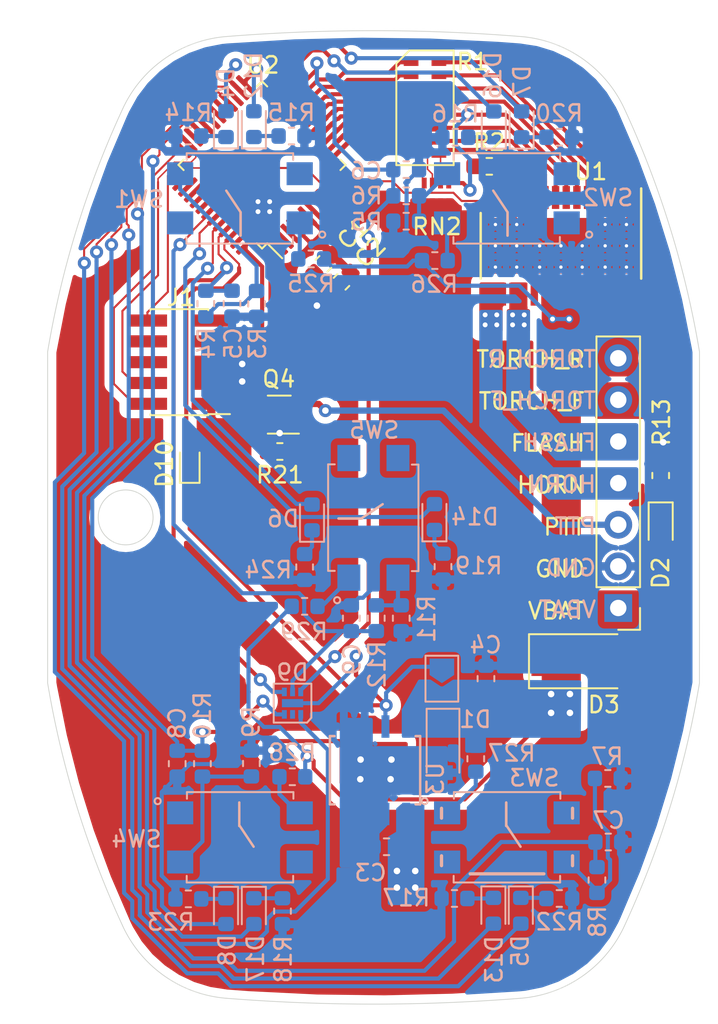
<source format=kicad_pcb>
(kicad_pcb (version 20171130) (host pcbnew "(5.1.2)-2")
  (layers (0 F.Cu signal) (31 B.Cu signal) (34 B.Paste user) (35 F.Paste user) (36 B.SilkS user hide) (37 F.SilkS user) (38 B.Mask user hide) (39 F.Mask user hide) (44 Edge.Cuts user))
  (net 0 "")
  (net 1 GND)
  (net 2 +3V3)
  (net 3 +12V)
  (net 4 /SW_1)
  (net 5 /SW_2)
  (net 6 /SW_3)
  (net 7 /SW_4)
  (net 8 /SW_5)
  (net 9 "Net-(D2-Pad1)")
  (net 10 +BATT)
  (net 11 /SW_1_FAULT)
  (net 12 "Net-(D4-Pad1)")
  (net 13 /SW_5_FAULT)
  (net 14 "Net-(D6-Pad1)")
  (net 15 /SW_2_FAULT)
  (net 16 "Net-(D7-Pad1)")
  (net 17 /SW_4_FAULT)
  (net 18 "Net-(D8-Pad1)")
  (net 19 /SW_1_LED)
  (net 20 "Net-(D12-Pad1)")
  (net 21 /SW_3_LED)
  (net 22 "Net-(D13-Pad1)")
  (net 23 /SW_5_LED)
  (net 24 "Net-(D14-Pad1)")
  (net 25 /SW_2_LED)
  (net 26 "Net-(D16-Pad1)")
  (net 27 /SW_4_LED)
  (net 28 "Net-(D17-Pad1)")
  (net 29 /SWDIO)
  (net 30 /SWCLK)
  (net 31 /RESET)
  (net 32 /PTT_OUT)
  (net 33 "Net-(Q4-Pad6)")
  (net 34 /PA_PTT_N)
  (net 35 /PA_PTT_P)
  (net 36 "Net-(R2-Pad1)")
  (net 37 "Net-(R3-Pad1)")
  (net 38 "Net-(R5-Pad1)")
  (net 39 "Net-(R7-Pad1)")
  (net 40 "Net-(R10-Pad2)")
  (net 41 "Net-(R11-Pad1)")
  (net 42 /CTL_4out)
  (net 43 /CTL_3out)
  (net 44 /CTL_2out)
  (net 45 /CTL_1out)
  (net 46 /DIAG_1out)
  (net 47 /DIAG_2out)
  (net 48 /DIAG_3out)
  (net 49 /DIAG_4out)
  (net 50 "Net-(U1-Pad24)")
  (net 51 "Net-(U1-Pad19)")
  (net 52 /DIAG_EN)
  (net 53 /CTL_4in)
  (net 54 /CTL_3in)
  (net 55 /CTL_2in)
  (net 56 /CTL_1in)
  (net 57 "Net-(U1-Pad2)")
  (net 58 "Net-(U2-Pad41)")
  (net 59 "Net-(U2-Pad40)")
  (net 60 "Net-(U2-Pad39)")
  (net 61 "Net-(U2-Pad38)")
  (net 62 "Net-(U2-Pad37)")
  (net 63 "Net-(U2-Pad34)")
  (net 64 "Net-(U2-Pad33)")
  (net 65 /DIAG_1in)
  (net 66 /DIAG_2in)
  (net 67 /DIAG_3in)
  (net 68 /DIAG_4in)
  (net 69 "Net-(U2-Pad5)")
  (net 70 "Net-(J1-Pad9)")
  (net 71 "Net-(J1-Pad8)")
  (net 72 "Net-(J1-Pad7)")
  (net 73 "Net-(J1-Pad6)")
  (net 74 /SW_3_FAULT)
  (net 75 "Net-(D5-Pad1)")
  (net 76 /CTL)
  (net 77 "Net-(R25-Pad1)")
  (net 78 "Net-(R26-Pad1)")
  (net 79 "Net-(R27-Pad1)")
  (net 80 "Net-(R28-Pad1)")
  (net 81 "Net-(R29-Pad1)")
  (net 82 "Net-(D9-Pad2)")
  (net 83 "Net-(U2-Pad13)")
  (net 84 "Net-(U2-Pad11)")
  (net 85 "Net-(U2-Pad9)")
  (net 86 "Net-(U2-Pad8)")
  (net 87 "Net-(U2-Pad3)")
  (net 88 "Net-(U2-Pad1)")
  (net 89 /P_Timer)
  (net 90 "Net-(U2-Pad2)")
  (net 91 /TORCH_R)
  (net 92 /TORCH_F)
  (net 93 /FLASH)
  (net 94 /HORN)
  (module LED_SMD:LED_0603_1608Metric (layer F.Cu) (at 164.4904 102.6415 270)
    (fp_text reference D2 (at 2.8193 0 90) (layer F.SilkS))
    (fp_text value LED)
    (pad 2 smd roundrect (at 0.7875 0 270) (size 0.875 0.95) (layers F.Cu F.Paste F.Mask) (net 2 +3V3))
    (pad 1 smd roundrect (at -0.7875 0 270) (size 0.875 0.95) (layers F.Cu F.Paste F.Mask) (net 9 "Net-(D2-Pad1)"))
  )
  (module Logan:TPS4H160AQPWPRQ1 (layer F.Cu) (at 158.4 85.5 270)
    (fp_text reference U1 (at -4.5248 -1.8232 180) (layer F.SilkS))
    (fp_text value TPS4H160-A hide)
    (pad 1 thru_hole circle (at 0.000003 0 270) (size 0.499999 0.499999) (drill 0.2032) (layers *.Cu *.Mask) (net 1 GND))
    (pad 1 thru_hole circle (at 1.3 0 270) (size 0.499999 0.499999) (drill 0.2032) (layers *.Cu *.Mask) (net 1 GND))
    (pad 1 thru_hole circle (at 1.3 -1.3 270) (size 0.499999 0.499999) (drill 0.2032) (layers *.Cu *.Mask) (net 1 GND))
    (pad 1 thru_hole circle (at 0.000003 -1.3 270) (size 0.499999 0.499999) (drill 0.2032) (layers *.Cu *.Mask) (net 1 GND))
    (pad 1 thru_hole circle (at -1.3 -2.7 270) (size 0.499999 0.499999) (drill 0.2032) (layers *.Cu *.Mask) (net 1 GND))
    (pad 1 thru_hole circle (at 0 -2.7 270) (size 0.499999 0.499999) (drill 0.2032) (layers *.Cu *.Mask) (net 1 GND))
    (pad 1 thru_hole circle (at 1.3 -2.7 270) (size 0.499999 0.499999) (drill 0.2032) (layers *.Cu *.Mask) (net 1 GND))
    (pad 1 thru_hole circle (at -1.3 -4 270) (size 0.499999 0.499999) (drill 0.2032) (layers *.Cu *.Mask) (net 1 GND))
    (pad 1 thru_hole circle (at 0.000003 -4 270) (size 0.499999 0.499999) (drill 0.2032) (layers *.Cu *.Mask) (net 1 GND))
    (pad 1 thru_hole circle (at 1.3 -4 270) (size 0.499999 0.499999) (drill 0.2032) (layers *.Cu *.Mask) (net 1 GND))
    (pad 1 thru_hole circle (at 0.000003 1.3 270) (size 0.499999 0.499999) (drill 0.2032) (layers *.Cu *.Mask) (net 1 GND))
    (pad 1 thru_hole circle (at 1.3 1.3 270) (size 0.499999 0.499999) (drill 0.2032) (layers *.Cu *.Mask) (net 1 GND))
    (pad 1 thru_hole circle (at 1.300002 4 270) (size 0.499999 0.499999) (drill 0.2032) (layers *.Cu *.Mask) (net 1 GND))
    (pad 1 thru_hole circle (at 0.000005 4 270) (size 0.499999 0.499999) (drill 0.2032) (layers *.Cu *.Mask) (net 1 GND))
    (pad 1 thru_hole circle (at -1.299997 4 270) (size 0.499999 0.499999) (drill 0.2032) (layers *.Cu *.Mask) (net 1 GND))
    (pad 1 thru_hole circle (at 1.300002 2.7 270) (size 0.499999 0.499999) (drill 0.2032) (layers *.Cu *.Mask) (net 1 GND))
    (pad 1 thru_hole circle (at 0.000003 2.7 270) (size 0.499999 0.499999) (drill 0.2032) (layers *.Cu *.Mask) (net 1 GND))
    (pad 1 thru_hole circle (at -1.299997 2.7 270) (size 0.499999 0.499999) (drill 0.2032) (layers *.Cu *.Mask) (net 1 GND))
    (pad 1 smd rect (at 0 0 270) (size 3.400001 9.700001) (layers F.Cu F.Paste F.Mask) (net 1 GND))
    (pad 28 smd rect (at 2.950002 -4.225) (size 0.449999 1.4) (layers F.Cu F.Paste F.Mask) (net 92 /TORCH_F))
    (pad 27 smd rect (at 2.950002 -3.574999) (size 0.449999 1.4) (layers F.Cu F.Paste F.Mask) (net 92 /TORCH_F))
    (pad 26 smd rect (at 2.950002 -2.925) (size 0.449999 1.4) (layers F.Cu F.Paste F.Mask) (net 91 /TORCH_R))
    (pad 25 smd rect (at 2.950002 -2.274999) (size 0.449999 1.4) (layers F.Cu F.Paste F.Mask) (net 91 /TORCH_R))
    (pad 24 smd rect (at 2.950002 -1.625001) (size 0.449999 1.4) (layers F.Cu F.Paste F.Mask) (net 50 "Net-(U1-Pad24)"))
    (pad 23 smd rect (at 2.950002 -0.974999) (size 0.449999 1.4) (layers F.Cu F.Paste F.Mask) (net 3 +12V))
    (pad 22 smd rect (at 2.950002 -0.325001) (size 0.449999 1.4) (layers F.Cu F.Paste F.Mask) (net 3 +12V))
    (pad 21 smd rect (at 2.950002 0.325001) (size 0.449999 1.4) (layers F.Cu F.Paste F.Mask) (net 3 +12V))
    (pad 20 smd rect (at 2.950002 0.974999) (size 0.449999 1.4) (layers F.Cu F.Paste F.Mask) (net 3 +12V))
    (pad 19 smd rect (at 2.950002 1.625001) (size 0.449999 1.4) (layers F.Cu F.Paste F.Mask) (net 51 "Net-(U1-Pad19)"))
    (pad 18 smd rect (at 2.950002 2.274999) (size 0.449999 1.4) (layers F.Cu F.Paste F.Mask) (net 93 /FLASH))
    (pad 17 smd rect (at 2.950002 2.925) (size 0.449999 1.4) (layers F.Cu F.Paste F.Mask) (net 93 /FLASH))
    (pad 16 smd rect (at 2.950002 3.574999) (size 0.449999 1.4) (layers F.Cu F.Paste F.Mask) (net 94 /HORN))
    (pad 15 smd rect (at 2.950002 4.225) (size 0.449999 1.4) (layers F.Cu F.Paste F.Mask) (net 94 /HORN))
    (pad 14 smd rect (at -2.949999 4.225) (size 0.449999 1.4) (layers F.Cu F.Paste F.Mask) (net 52 /DIAG_EN))
    (pad 13 smd rect (at -2.949999 3.574999) (size 0.449999 1.4) (layers F.Cu F.Paste F.Mask) (net 1 GND))
    (pad 12 smd rect (at -2.949999 2.925) (size 0.449999 1.4) (layers F.Cu F.Paste F.Mask) (net 1 GND))
    (pad 11 smd rect (at -2.949999 2.274999) (size 0.449999 1.4) (layers F.Cu F.Paste F.Mask) (net 36 "Net-(R2-Pad1)"))
    (pad 10 smd rect (at -2.949999 1.625001) (size 0.449999 1.4) (layers F.Cu F.Paste F.Mask) (net 49 /DIAG_4out))
    (pad 9 smd rect (at -2.949999 0.974999) (size 0.449999 1.4) (layers F.Cu F.Paste F.Mask) (net 48 /DIAG_3out))
    (pad 8 smd rect (at -2.949999 0.325001) (size 0.449999 1.4) (layers F.Cu F.Paste F.Mask) (net 47 /DIAG_2out))
    (pad 7 smd rect (at -2.949999 -0.325001) (size 0.449999 1.4) (layers F.Cu F.Paste F.Mask) (net 46 /DIAG_1out))
    (pad 6 smd rect (at -2.949999 -0.974999) (size 0.449999 1.4) (layers F.Cu F.Paste F.Mask) (net 53 /CTL_4in))
    (pad 5 smd rect (at -2.949999 -1.625001) (size 0.449999 1.4) (layers F.Cu F.Paste F.Mask) (net 54 /CTL_3in))
    (pad 4 smd rect (at -2.949999 -2.274999) (size 0.449999 1.4) (layers F.Cu F.Paste F.Mask) (net 55 /CTL_2in))
    (pad 3 smd rect (at -2.949999 -2.925) (size 0.449999 1.4) (layers F.Cu F.Paste F.Mask) (net 56 /CTL_1in))
    (pad 2 smd rect (at -2.949999 -3.574999) (size 0.449999 1.4) (layers F.Cu F.Paste F.Mask) (net 57 "Net-(U1-Pad2)"))
    (pad 1 smd rect (at -2.949999 -4.225) (size 0.449999 1.4) (layers F.Cu F.Paste F.Mask) (net 1 GND))
  )
  (module Logan:TL3305BF260QG (layer B.Cu) (at 155.1 82.6 180)
    (fp_text reference SW2 (at -6.18238 0.0373 180) (layer B.SilkS) (effects (justify mirror)))
    (fp_text value SW_Push)
    (fp_text user | (at -0.04064 -1.48844) (layer B.SilkS) (effects (justify mirror)))
    (fp_text user / (at 0.4064 -0.127) (layer B.SilkS) (effects (justify mirror)))
    (fp_text user | (at -0.04064 -1.48844) (layer B.SilkS) (effects (justify mirror)))
    (pad 1 smd rect (at 3.65 -1.5 180) (size 1.6 1.4) (layers B.Cu B.Paste B.Mask) (net 78 "Net-(R26-Pad1)"))
    (pad 2 smd rect (at 3.65 1.5 180) (size 1.6 1.4) (layers B.Cu B.Paste B.Mask) (net 38 "Net-(R5-Pad1)"))
    (pad 1 smd rect (at -3.65 -1.5 180) (size 1.6 1.4) (layers B.Cu B.Paste B.Mask) (net 78 "Net-(R26-Pad1)"))
    (pad 2 smd rect (at -3.65 1.5 180) (size 1.6 1.4) (layers B.Cu B.Paste B.Mask) (net 38 "Net-(R5-Pad1)"))
  )
  (module Logan:TL3305BF260QG (layer B.Cu) (at 138.8 82.6 180)
    (fp_text reference SW1 (at 6.15866 -0.06684) (layer B.SilkS) (effects (justify mirror)))
    (fp_text value SW_Push)
    (fp_text user | (at -0.04064 -1.48844) (layer B.SilkS) (effects (justify mirror)))
    (fp_text user / (at 0.4064 -0.127) (layer B.SilkS) (effects (justify mirror)))
    (fp_text user | (at -0.04064 -1.48844) (layer B.SilkS) (effects (justify mirror)))
    (pad 1 smd rect (at 3.65 -1.5 180) (size 1.6 1.4) (layers B.Cu B.Paste B.Mask) (net 77 "Net-(R25-Pad1)"))
    (pad 2 smd rect (at 3.65 1.5 180) (size 1.6 1.4) (layers B.Cu B.Paste B.Mask) (net 37 "Net-(R3-Pad1)"))
    (pad 1 smd rect (at -3.65 -1.5 180) (size 1.6 1.4) (layers B.Cu B.Paste B.Mask) (net 77 "Net-(R25-Pad1)"))
    (pad 2 smd rect (at -3.65 1.5 180) (size 1.6 1.4) (layers B.Cu B.Paste B.Mask) (net 37 "Net-(R3-Pad1)"))
  )
  (module Logan:TL3305BF260QG (layer B.Cu) (at 146.95 102.1 90)
    (fp_text reference SW5 (at 5.35 0.05) (layer B.SilkS) (effects (justify mirror)))
    (fp_text value SW_Push)
    (fp_text user | (at -0.04064 -1.48844 90) (layer B.SilkS) (effects (justify mirror)))
    (fp_text user / (at 0.4064 -0.127 90) (layer B.SilkS) (effects (justify mirror)))
    (fp_text user | (at -0.04064 -1.48844 90) (layer B.SilkS) (effects (justify mirror)))
    (pad 1 smd rect (at 3.65 -1.5 90) (size 1.6 1.4) (layers B.Cu B.Paste B.Mask) (net 81 "Net-(R29-Pad1)"))
    (pad 2 smd rect (at 3.65 1.5 90) (size 1.6 1.4) (layers B.Cu B.Paste B.Mask) (net 41 "Net-(R11-Pad1)"))
    (pad 1 smd rect (at -3.65 -1.5 90) (size 1.6 1.4) (layers B.Cu B.Paste B.Mask) (net 81 "Net-(R29-Pad1)"))
    (pad 2 smd rect (at -3.65 1.5 90) (size 1.6 1.4) (layers B.Cu B.Paste B.Mask) (net 41 "Net-(R11-Pad1)"))
  )
  (module Logan:TL3305BF260QG (layer B.Cu) (at 155.1 121.6)
    (fp_text reference SW3 (at 1.68 -3.63 -180) (layer B.SilkS) (effects (justify mirror)))
    (fp_text value SW_Push)
    (fp_text user | (at -0.04064 -1.48844) (layer B.SilkS) (effects (justify mirror)))
    (fp_text user / (at 0.4064 -0.127) (layer B.SilkS) (effects (justify mirror)))
    (fp_text user | (at -0.04064 -1.48844) (layer B.SilkS) (effects (justify mirror)))
    (pad 1 smd rect (at 3.65 -1.5) (size 1.6 1.4) (layers B.Cu B.Paste B.Mask) (net 79 "Net-(R27-Pad1)"))
    (pad 2 smd rect (at 3.65 1.5) (size 1.6 1.4) (layers B.Cu B.Paste B.Mask) (net 39 "Net-(R7-Pad1)"))
    (pad 1 smd rect (at -3.65 -1.5) (size 1.6 1.4) (layers B.Cu B.Paste B.Mask) (net 79 "Net-(R27-Pad1)"))
    (pad 2 smd rect (at -3.65 1.5) (size 1.6 1.4) (layers B.Cu B.Paste B.Mask) (net 39 "Net-(R7-Pad1)"))
  )
  (module Logan:BD433M2EFJ-CE2 (layer B.Cu) (at 147.05 117.5 90)
    (fp_text reference U3 (at -0.508 3.683 270) (layer B.SilkS) (effects (justify mirror)))
    (fp_text value BD433M2WEFJ-CE2 hide)
    (pad EPAD smd rect (at 0 0 90) (size 2.413 3.2004) (layers B.Cu B.Paste B.Mask) (net 1 GND))
    (pad 8 smd rect (at 2.667 1.905 90) (size 1.3716 0.4826) (layers B.Cu B.Paste B.Mask) (net 3 +12V))
    (pad 7 smd rect (at 2.667 0.635 90) (size 1.3716 0.4826) (layers B.Cu B.Paste B.Mask) (net 76 /CTL))
    (pad 6 smd rect (at 2.667 -0.635 90) (size 1.3716 0.4826) (layers B.Cu B.Paste B.Mask) (net 1 GND))
    (pad 5 smd rect (at 2.667 -1.905 90) (size 1.3716 0.4826) (layers B.Cu B.Paste B.Mask) (net 1 GND))
    (pad 4 smd rect (at -2.667 -1.905 90) (size 1.3716 0.4826) (layers B.Cu B.Paste B.Mask) (net 1 GND))
    (pad 3 smd rect (at -2.667 -0.635 90) (size 1.3716 0.4826) (layers B.Cu B.Paste B.Mask) (net 1 GND))
    (pad 2 smd rect (at -2.667 0.635 90) (size 1.3716 0.4826) (layers B.Cu B.Paste B.Mask) (net 1 GND))
    (pad 1 smd rect (at -2.667 1.905 90) (size 1.3716 0.4826) (layers B.Cu B.Paste B.Mask) (net 2 +3V3))
  )
  (module Logan:TL3305BF260QG (layer B.Cu) (at 138.8 121.6)
    (fp_text reference SW4 (at -6.31868 0.10156 180) (layer B.SilkS) (effects (justify mirror)))
    (fp_text value SW_Push)
    (fp_text user | (at -0.04064 -1.48844) (layer B.SilkS) (effects (justify mirror)))
    (fp_text user / (at 0.4064 -0.127) (layer B.SilkS) (effects (justify mirror)))
    (fp_text user | (at -0.04064 -1.48844) (layer B.SilkS) (effects (justify mirror)))
    (pad 1 smd rect (at 3.65 -1.5) (size 1.6 1.4) (layers B.Cu B.Paste B.Mask) (net 80 "Net-(R28-Pad1)"))
    (pad 2 smd rect (at 3.65 1.5) (size 1.6 1.4) (layers B.Cu B.Paste B.Mask) (net 40 "Net-(R10-Pad2)"))
    (pad 1 smd rect (at -3.65 -1.5) (size 1.6 1.4) (layers B.Cu B.Paste B.Mask) (net 80 "Net-(R28-Pad1)"))
    (pad 2 smd rect (at -3.65 1.5) (size 1.6 1.4) (layers B.Cu B.Paste B.Mask) (net 40 "Net-(R10-Pad2)"))
  )
  (module Package_QFP:LQFP-48_7x7mm_P0.5mm (layer F.Cu) (at 140.148788 80.562124 135)
    (fp_text reference U2 (at 4.263933 4.347671 180) (layer F.SilkS))
    (fp_text value STM32G030C6T6)
    (pad 48 smd roundrect (at -2.75 -4.1625 135) (size 0.3 1.475) (layers F.Cu F.Paste F.Mask) (net 35 /PA_PTT_P))
    (pad 47 smd roundrect (at -2.25 -4.1625 135) (size 0.3 1.475) (layers F.Cu F.Paste F.Mask) (net 34 /PA_PTT_N))
    (pad 46 smd roundrect (at -1.75 -4.1625 135) (size 0.3 1.475) (layers F.Cu F.Paste F.Mask) (net 89 /P_Timer))
    (pad 45 smd roundrect (at -1.25 -4.1625 135) (size 0.3 1.475) (layers F.Cu F.Paste F.Mask) (net 4 /SW_1))
    (pad 44 smd roundrect (at -0.75 -4.1625 135) (size 0.3 1.475) (layers F.Cu F.Paste F.Mask) (net 13 /SW_5_FAULT))
    (pad 43 smd roundrect (at -0.25 -4.1625 135) (size 0.3 1.475) (layers F.Cu F.Paste F.Mask) (net 23 /SW_5_LED))
    (pad 42 smd roundrect (at 0.25 -4.1625 135) (size 0.3 1.475) (layers F.Cu F.Paste F.Mask) (net 8 /SW_5))
    (pad 41 smd roundrect (at 0.75 -4.1625 135) (size 0.3 1.475) (layers F.Cu F.Paste F.Mask) (net 58 "Net-(U2-Pad41)"))
    (pad 40 smd roundrect (at 1.25 -4.1625 135) (size 0.3 1.475) (layers F.Cu F.Paste F.Mask) (net 59 "Net-(U2-Pad40)"))
    (pad 39 smd roundrect (at 1.75 -4.1625 135) (size 0.3 1.475) (layers F.Cu F.Paste F.Mask) (net 60 "Net-(U2-Pad39)"))
    (pad 38 smd roundrect (at 2.25 -4.1625 135) (size 0.3 1.475) (layers F.Cu F.Paste F.Mask) (net 61 "Net-(U2-Pad38)"))
    (pad 37 smd roundrect (at 2.75 -4.1625 135) (size 0.3 1.475) (layers F.Cu F.Paste F.Mask) (net 62 "Net-(U2-Pad37)"))
    (pad 36 smd roundrect (at 4.1625 -2.75 135) (size 1.475 0.3) (layers F.Cu F.Paste F.Mask) (net 30 /SWCLK))
    (pad 35 smd roundrect (at 4.1625 -2.25 135) (size 1.475 0.3) (layers F.Cu F.Paste F.Mask) (net 29 /SWDIO))
    (pad 34 smd roundrect (at 4.1625 -1.75 135) (size 1.475 0.3) (layers F.Cu F.Paste F.Mask) (net 63 "Net-(U2-Pad34)"))
    (pad 33 smd roundrect (at 4.1625 -1.25 135) (size 1.475 0.3) (layers F.Cu F.Paste F.Mask) (net 64 "Net-(U2-Pad33)"))
    (pad 32 smd roundrect (at 4.1625 -0.75 135) (size 1.475 0.3) (layers F.Cu F.Paste F.Mask) (net 7 /SW_4))
    (pad 31 smd roundrect (at 4.1625 -0.25 135) (size 1.475 0.3) (layers F.Cu F.Paste F.Mask) (net 17 /SW_4_FAULT))
    (pad 30 smd roundrect (at 4.1625 0.25 135) (size 1.475 0.3) (layers F.Cu F.Paste F.Mask) (net 27 /SW_4_LED))
    (pad 29 smd roundrect (at 4.1625 0.75 135) (size 1.475 0.3) (layers F.Cu F.Paste F.Mask) (net 6 /SW_3))
    (pad 28 smd roundrect (at 4.1625 1.25 135) (size 1.475 0.3) (layers F.Cu F.Paste F.Mask) (net 21 /SW_3_LED))
    (pad 27 smd roundrect (at 4.1625 1.75 135) (size 1.475 0.3) (layers F.Cu F.Paste F.Mask) (net 74 /SW_3_FAULT))
    (pad 26 smd roundrect (at 4.1625 2.25 135) (size 1.475 0.3) (layers F.Cu F.Paste F.Mask) (net 11 /SW_1_FAULT))
    (pad 25 smd roundrect (at 4.1625 2.75 135) (size 1.475 0.3) (layers F.Cu F.Paste F.Mask) (net 19 /SW_1_LED))
    (pad 24 smd roundrect (at 2.75 4.1625 135) (size 0.3 1.475) (layers F.Cu F.Paste F.Mask) (net 15 /SW_2_FAULT))
    (pad 23 smd roundrect (at 2.25 4.1625 135) (size 0.3 1.475) (layers F.Cu F.Paste F.Mask) (net 25 /SW_2_LED))
    (pad 22 smd roundrect (at 1.75 4.1625 135) (size 0.3 1.475) (layers F.Cu F.Paste F.Mask) (net 5 /SW_2))
    (pad 21 smd roundrect (at 1.25 4.1625 135) (size 0.3 1.475) (layers F.Cu F.Paste F.Mask) (net 45 /CTL_1out))
    (pad 20 smd roundrect (at 0.75 4.1625 135) (size 0.3 1.475) (layers F.Cu F.Paste F.Mask) (net 44 /CTL_2out))
    (pad 19 smd roundrect (at 0.25 4.1625 135) (size 0.3 1.475) (layers F.Cu F.Paste F.Mask) (net 43 /CTL_3out))
    (pad 18 smd roundrect (at -0.25 4.1625 135) (size 0.3 1.475) (layers F.Cu F.Paste F.Mask) (net 42 /CTL_4out))
    (pad 17 smd roundrect (at -0.75 4.1625 135) (size 0.3 1.475) (layers F.Cu F.Paste F.Mask) (net 65 /DIAG_1in))
    (pad 16 smd roundrect (at -1.25 4.1625 135) (size 0.3 1.475) (layers F.Cu F.Paste F.Mask) (net 66 /DIAG_2in))
    (pad 15 smd roundrect (at -1.75 4.1625 135) (size 0.3 1.475) (layers F.Cu F.Paste F.Mask) (net 67 /DIAG_3in))
    (pad 14 smd roundrect (at -2.25 4.1625 135) (size 0.3 1.475) (layers F.Cu F.Paste F.Mask) (net 68 /DIAG_4in))
    (pad 13 smd roundrect (at -2.75 4.1625 135) (size 0.3 1.475) (layers F.Cu F.Paste F.Mask) (net 83 "Net-(U2-Pad13)"))
    (pad 12 smd roundrect (at -4.1625 2.75 135) (size 1.475 0.3) (layers F.Cu F.Paste F.Mask) (net 52 /DIAG_EN))
    (pad 11 smd roundrect (at -4.1625 2.25 135) (size 1.475 0.3) (layers F.Cu F.Paste F.Mask) (net 84 "Net-(U2-Pad11)"))
    (pad 10 smd roundrect (at -4.1625 1.75 135) (size 1.475 0.3) (layers F.Cu F.Paste F.Mask) (net 31 /RESET))
    (pad 9 smd roundrect (at -4.1625 1.25 135) (size 1.475 0.3) (layers F.Cu F.Paste F.Mask) (net 85 "Net-(U2-Pad9)"))
    (pad 8 smd roundrect (at -4.1625 0.75 135) (size 1.475 0.3) (layers F.Cu F.Paste F.Mask) (net 86 "Net-(U2-Pad8)"))
    (pad 7 smd roundrect (at -4.1625 0.25 135) (size 1.475 0.3) (layers F.Cu F.Paste F.Mask) (net 1 GND))
    (pad 6 smd roundrect (at -4.1625 -0.25 135) (size 1.475 0.3) (layers F.Cu F.Paste F.Mask) (net 2 +3V3))
    (pad 5 smd roundrect (at -4.1625 -0.75 135) (size 1.475 0.3) (layers F.Cu F.Paste F.Mask) (net 69 "Net-(U2-Pad5)"))
    (pad 4 smd roundrect (at -4.1625 -1.25 135) (size 1.475 0.3) (layers F.Cu F.Paste F.Mask) (net 2 +3V3))
    (pad 3 smd roundrect (at -4.1625 -1.75 135) (size 1.475 0.3) (layers F.Cu F.Paste F.Mask) (net 87 "Net-(U2-Pad3)"))
    (pad 2 smd roundrect (at -4.1625 -2.25 135) (size 1.475 0.3) (layers F.Cu F.Paste F.Mask) (net 90 "Net-(U2-Pad2)"))
    (pad 1 smd roundrect (at -4.1625 -2.75 135) (size 1.475 0.3) (layers F.Cu F.Paste F.Mask) (net 88 "Net-(U2-Pad1)"))
  )
  (module Diode_SMD:D_SOD-123 (layer B.Cu) (at 151.2 116 270)
    (fp_text reference D1 (at -1.60094 -1.96962) (layer B.SilkS) (effects (justify mirror)))
    (fp_text value D_Zener)
    (pad 2 smd rect (at 1.65 0 270) (size 0.9 1.2) (layers B.Cu B.Paste B.Mask) (net 1 GND))
    (pad 1 smd rect (at -1.65 0 270) (size 0.9 1.2) (layers B.Cu B.Paste B.Mask) (net 3 +12V))
  )
  (module Jumper:SolderJumper-2_P1.3mm_Open_TrianglePad1.0x1.5mm (layer B.Cu) (at 151.13 111.9124 270)
    (fp_text reference JP1 hide)
    (fp_text value SolderJumper_2_Open)
    (pad 1 smd custom (at -0.725 0 270) (size 0.3 0.3) (layers B.Cu B.Mask) (net 76 /CTL) (options (clearance outline) (anchor rect)) (primitives (gr_poly (pts (xy -0.5 0.75) (xy 0.5 0.75) (xy 1 0) (xy 0.5 -0.75) (xy -0.5 -0.75)) (width 0))))
    (pad 2 smd custom (at 0.725 0 270) (size 0.3 0.3) (layers B.Cu B.Mask) (net 3 +12V) (options (clearance outline) (anchor rect)) (primitives (gr_poly (pts (xy -0.65 0.75) (xy 0.5 0.75) (xy 0.5 -0.75) (xy -0.65 -0.75) (xy -0.15 0)) (width 0))))
  )
  (module Diode_SMD:D_SOD-523 (layer F.Cu) (at 135.73506 98.81362 90)
    (fp_text reference D10 (at 0 -1.54178 270) (layer F.SilkS))
    (fp_text value 1N914)
    (pad 1 smd rect (at -0.7 0 270) (size 0.6 0.7) (layers F.Cu F.Paste F.Mask) (net 76 /CTL))
    (pad 2 smd rect (at 0.7 0 270) (size 0.6 0.7) (layers F.Cu F.Paste F.Mask) (net 89 /P_Timer))
  )
  (module Logan:DFN1616-6 (layer B.Cu) (at 142.01238 113.4075 180)
    (fp_text reference D9 (at 0.00352 1.87864) (layer B.SilkS) (effects (justify mirror)))
    (fp_text value MMBD4148PLM-7)
    (pad 7 smd rect (at 0 0 180) (size 1.3 0.5) (layers B.Cu B.Paste B.Mask) (net 76 /CTL))
    (pad 3 smd rect (at 0.5 -0.685 180) (size 0.3 0.525) (layers B.Cu B.Paste B.Mask) (net 7 /SW_4))
    (pad 4 smd rect (at 0.5 0.685 180) (size 0.3 0.525) (layers B.Cu B.Paste B.Mask) (net 4 /SW_1))
    (pad 2 smd rect (at 0 -0.685 180) (size 0.3 0.525) (layers B.Cu B.Paste B.Mask) (net 82 "Net-(D9-Pad2)"))
    (pad 5 smd rect (at 0 0.685 180) (size 0.3 0.525) (layers B.Cu B.Paste B.Mask) (net 8 /SW_5))
    (pad 1 smd rect (at -0.5 -0.685 180) (size 0.3 0.525) (layers B.Cu B.Paste B.Mask) (net 6 /SW_3))
    (pad 6 smd rect (at -0.5 0.685 180) (size 0.3 0.525) (layers B.Cu B.Paste B.Mask) (net 5 /SW_2))
  )
  (module Resistor_SMD:R_0603_1608Metric (layer B.Cu) (at 142.75 107.5 180)
    (fp_text reference R29 (at 0.04 -1.55) (layer B.SilkS) (effects (justify mirror)))
    (fp_text value 30k)
    (pad 2 smd roundrect (at 0.7875 0 180) (size 0.875 0.95) (layers B.Cu B.Paste B.Mask) (net 3 +12V))
    (pad 1 smd roundrect (at -0.7875 0 180) (size 0.875 0.95) (layers B.Cu B.Paste B.Mask) (net 81 "Net-(R29-Pad1)"))
  )
  (module Resistor_SMD:R_0603_1608Metric (layer B.Cu) (at 142 117.9)
    (fp_text reference R28 (at -0.00892 -1.48672 180) (layer B.SilkS) (effects (justify mirror)))
    (fp_text value 30k)
    (pad 2 smd roundrect (at 0.7875 0) (size 0.875 0.95) (layers B.Cu B.Paste B.Mask) (net 3 +12V))
    (pad 1 smd roundrect (at -0.7875 0) (size 0.875 0.95) (layers B.Cu B.Paste B.Mask) (net 80 "Net-(R28-Pad1)"))
  )
  (module Resistor_SMD:R_0603_1608Metric (layer B.Cu) (at 153.2 116.8 90)
    (fp_text reference R27 (at 0.34608 2.1972 180) (layer B.SilkS) (effects (justify mirror)))
    (fp_text value 30k)
    (pad 2 smd roundrect (at 0.7875 0 90) (size 0.875 0.95) (layers B.Cu B.Paste B.Mask) (net 3 +12V))
    (pad 1 smd roundrect (at -0.7875 0 90) (size 0.875 0.95) (layers B.Cu B.Paste B.Mask) (net 79 "Net-(R27-Pad1)"))
  )
  (module Resistor_SMD:R_0603_1608Metric (layer B.Cu) (at 150.7 86.4 180)
    (fp_text reference R26 (at 0.04 -1.44) (layer B.SilkS) (effects (justify mirror)))
    (fp_text value 30k)
    (pad 2 smd roundrect (at 0.7875 0 180) (size 0.875 0.95) (layers B.Cu B.Paste B.Mask) (net 3 +12V))
    (pad 1 smd roundrect (at -0.7875 0 180) (size 0.875 0.95) (layers B.Cu B.Paste B.Mask) (net 78 "Net-(R26-Pad1)"))
  )
  (module Resistor_SMD:R_0603_1608Metric (layer B.Cu) (at 143.15 86.3)
    (fp_text reference R25 (at -0.01 1.52) (layer B.SilkS) (effects (justify mirror)))
    (fp_text value 30k)
    (pad 2 smd roundrect (at 0.7875 0) (size 0.875 0.95) (layers B.Cu B.Paste B.Mask) (net 3 +12V))
    (pad 1 smd roundrect (at -0.7875 0) (size 0.875 0.95) (layers B.Cu B.Paste B.Mask) (net 77 "Net-(R25-Pad1)"))
  )
  (module Resistor_SMD:R_0603_1608Metric (layer B.Cu) (at 142.75 105.1 270)
    (fp_text reference R24 (at 0.17538 2.21942 180) (layer B.SilkS) (effects (justify mirror)))
    (fp_text value 510)
    (pad 2 smd roundrect (at 0.7875 0 270) (size 0.875 0.95) (layers B.Cu B.Paste B.Mask) (net 1 GND))
    (pad 1 smd roundrect (at -0.7875 0 270) (size 0.875 0.95) (layers B.Cu B.Paste B.Mask) (net 14 "Net-(D6-Pad1)"))
  )
  (module Resistor_SMD:R_0603_1608Metric (layer B.Cu) (at 135.65 125.35 180)
    (fp_text reference R23 (at 1.07 -1.42) (layer B.SilkS) (effects (justify mirror)))
    (fp_text value 510)
    (pad 2 smd roundrect (at 0.7875 0 180) (size 0.875 0.95) (layers B.Cu B.Paste B.Mask) (net 1 GND))
    (pad 1 smd roundrect (at -0.7875 0 180) (size 0.875 0.95) (layers B.Cu B.Paste B.Mask) (net 18 "Net-(D8-Pad1)"))
  )
  (module Resistor_SMD:R_0603_1608Metric (layer B.Cu) (at 158.3 125.325)
    (fp_text reference R22 (at 0 1.43) (layer B.SilkS) (effects (justify mirror)))
    (fp_text value 510)
    (pad 2 smd roundrect (at 0.7875 0) (size 0.875 0.95) (layers B.Cu B.Paste B.Mask) (net 1 GND))
    (pad 1 smd roundrect (at -0.7875 0) (size 0.875 0.95) (layers B.Cu B.Paste B.Mask) (net 75 "Net-(D5-Pad1)"))
  )
  (module Resistor_SMD:R_0603_1608Metric (layer F.Cu) (at 141.2375 98.05 180)
    (fp_text reference R21 (at 0 -1.43) (layer F.SilkS))
    (fp_text value 100)
    (pad 2 smd roundrect (at 0.7875 0 180) (size 0.875 0.95) (layers F.Cu F.Paste F.Mask) (net 33 "Net-(Q4-Pad6)"))
    (pad 1 smd roundrect (at -0.7875 0 180) (size 0.875 0.95) (layers F.Cu F.Paste F.Mask) (net 32 /PTT_OUT))
  )
  (module Resistor_SMD:R_0603_1608Metric (layer B.Cu) (at 158.3 78.875)
    (fp_text reference R20 (at -0.01 -1.465 180) (layer B.SilkS) (effects (justify mirror)))
    (fp_text value 510)
    (pad 2 smd roundrect (at 0.7875 0) (size 0.875 0.95) (layers B.Cu B.Paste B.Mask) (net 1 GND))
    (pad 1 smd roundrect (at -0.7875 0) (size 0.875 0.95) (layers B.Cu B.Paste B.Mask) (net 16 "Net-(D7-Pad1)"))
  )
  (module Resistor_SMD:R_0603_1608Metric (layer B.Cu) (at 151.2 105.075 270)
    (fp_text reference R19 (at -0.04854 -2.17536 180) (layer B.SilkS) (effects (justify mirror)))
    (fp_text value 200)
    (pad 2 smd roundrect (at 0.7875 0 270) (size 0.875 0.95) (layers B.Cu B.Paste B.Mask) (net 1 GND))
    (pad 1 smd roundrect (at -0.7875 0 270) (size 0.875 0.95) (layers B.Cu B.Paste B.Mask) (net 24 "Net-(D14-Pad1)"))
  )
  (module Resistor_SMD:R_0603_1608Metric (layer B.Cu) (at 141.4 126.1 270)
    (fp_text reference R18 (at 2.9325 -0.04 90) (layer B.SilkS) (effects (justify mirror)))
    (fp_text value 200)
    (pad 2 smd roundrect (at 0.7875 0 270) (size 0.875 0.95) (layers B.Cu B.Paste B.Mask) (net 1 GND))
    (pad 1 smd roundrect (at -0.7875 0 270) (size 0.875 0.95) (layers B.Cu B.Paste B.Mask) (net 28 "Net-(D17-Pad1)"))
  )
  (module Resistor_SMD:R_0603_1608Metric (layer B.Cu) (at 151.9 125.325 180)
    (fp_text reference R17 (at 2.94 0.035) (layer B.SilkS) (effects (justify mirror)))
    (fp_text value 200)
    (pad 2 smd roundrect (at 0.7875 0 180) (size 0.875 0.95) (layers B.Cu B.Paste B.Mask) (net 1 GND))
    (pad 1 smd roundrect (at -0.7875 0 180) (size 0.875 0.95) (layers B.Cu B.Paste B.Mask) (net 22 "Net-(D13-Pad1)"))
  )
  (module Resistor_SMD:R_0603_1608Metric (layer B.Cu) (at 151.95 78.875 180)
    (fp_text reference R16 (at 0 1.43) (layer B.SilkS) (effects (justify mirror)))
    (fp_text value 200)
    (pad 2 smd roundrect (at 0.7875 0 180) (size 0.875 0.95) (layers B.Cu B.Paste B.Mask) (net 1 GND))
    (pad 1 smd roundrect (at -0.7875 0 180) (size 0.875 0.95) (layers B.Cu B.Paste B.Mask) (net 26 "Net-(D16-Pad1)"))
  )
  (module Resistor_SMD:R_0603_1608Metric (layer B.Cu) (at 141.95 78.8)
    (fp_text reference R15 (at -0.01 -1.43) (layer B.SilkS) (effects (justify mirror)))
    (fp_text value 200)
    (pad 2 smd roundrect (at 0.7875 0) (size 0.875 0.95) (layers B.Cu B.Paste B.Mask) (net 1 GND))
    (pad 1 smd roundrect (at -0.7875 0) (size 0.875 0.95) (layers B.Cu B.Paste B.Mask) (net 20 "Net-(D12-Pad1)"))
  )
  (module Resistor_SMD:R_0603_1608Metric (layer B.Cu) (at 135.65 78.8 180)
    (fp_text reference R14 (at 0 1.43) (layer B.SilkS) (effects (justify mirror)))
    (fp_text value 510)
    (pad 2 smd roundrect (at 0.7875 0 180) (size 0.875 0.95) (layers B.Cu B.Paste B.Mask) (net 1 GND))
    (pad 1 smd roundrect (at -0.7875 0 180) (size 0.875 0.95) (layers B.Cu B.Paste B.Mask) (net 12 "Net-(D4-Pad1)"))
  )
  (module Resistor_SMD:R_0603_1608Metric (layer F.Cu) (at 164.4904 99.5172 90)
    (fp_text reference R13 (at 3.2512 0.0508 90) (layer F.SilkS))
    (fp_text value 1k)
    (pad 2 smd roundrect (at 0.7875 0 90) (size 0.875 0.95) (layers F.Cu F.Paste F.Mask) (net 1 GND))
    (pad 1 smd roundrect (at -0.7875 0 90) (size 0.875 0.95) (layers F.Cu F.Paste F.Mask) (net 9 "Net-(D2-Pad1)"))
  )
  (module Resistor_SMD:R_0603_1608Metric (layer B.Cu) (at 147.125 108.225 90)
    (fp_text reference R12 (at -2.825 0.045 270) (layer B.SilkS) (effects (justify mirror)))
    (fp_text value 1k)
    (pad 2 smd roundrect (at 0.7875 0 90) (size 0.875 0.95) (layers B.Cu B.Paste B.Mask) (net 41 "Net-(R11-Pad1)"))
    (pad 1 smd roundrect (at -0.7875 0 90) (size 0.875 0.95) (layers B.Cu B.Paste B.Mask) (net 8 /SW_5))
  )
  (module Resistor_SMD:R_0603_1608Metric (layer B.Cu) (at 148.65 108.225 270)
    (fp_text reference R11 (at 0.045 -1.56 90) (layer B.SilkS) (effects (justify mirror)))
    (fp_text value 10k)
    (pad 2 smd roundrect (at 0.7875 0 270) (size 0.875 0.95) (layers B.Cu B.Paste B.Mask) (net 1 GND))
    (pad 1 smd roundrect (at -0.7875 0 270) (size 0.875 0.95) (layers B.Cu B.Paste B.Mask) (net 41 "Net-(R11-Pad1)"))
  )
  (module Resistor_SMD:R_0603_1608Metric (layer B.Cu) (at 136.51 117.1 270)
    (fp_text reference R10 (at -2.9397 0.00024 90) (layer B.SilkS) (effects (justify mirror)))
    (fp_text value 1k)
    (pad 2 smd roundrect (at 0.7875 0 270) (size 0.875 0.95) (layers B.Cu B.Paste B.Mask) (net 40 "Net-(R10-Pad2)"))
    (pad 1 smd roundrect (at -0.7875 0 270) (size 0.875 0.95) (layers B.Cu B.Paste B.Mask) (net 7 /SW_4))
  )
  (module Resistor_SMD:R_0603_1608Metric (layer B.Cu) (at 139.5 117.09 90)
    (fp_text reference R9 (at 2.54108 -0.01082 270) (layer B.SilkS) (effects (justify mirror)))
    (fp_text value 10k)
    (pad 2 smd roundrect (at 0.7875 0 90) (size 0.875 0.95) (layers B.Cu B.Paste B.Mask) (net 1 GND))
    (pad 1 smd roundrect (at -0.7875 0 90) (size 0.875 0.95) (layers B.Cu B.Paste B.Mask) (net 40 "Net-(R10-Pad2)"))
  )
  (module Resistor_SMD:R_0603_1608Metric (layer B.Cu) (at 160.6 124.2 270)
    (fp_text reference R8 (at 2.54092 -0.03214 90) (layer B.SilkS) (effects (justify mirror)))
    (fp_text value 1k)
    (pad 2 smd roundrect (at 0.7875 0 270) (size 0.875 0.95) (layers B.Cu B.Paste B.Mask) (net 39 "Net-(R7-Pad1)"))
    (pad 1 smd roundrect (at -0.7875 0 270) (size 0.875 0.95) (layers B.Cu B.Paste B.Mask) (net 6 /SW_3))
  )
  (module Resistor_SMD:R_0603_1608Metric (layer B.Cu) (at 161.2625 118)
    (fp_text reference R7 (at -0.03854 -1.3378) (layer B.SilkS) (effects (justify mirror)))
    (fp_text value 10k)
    (pad 2 smd roundrect (at 0.7875 0) (size 0.875 0.95) (layers B.Cu B.Paste B.Mask) (net 1 GND))
    (pad 1 smd roundrect (at -0.7875 0) (size 0.875 0.95) (layers B.Cu B.Paste B.Mask) (net 39 "Net-(R7-Pad1)"))
  )
  (module Resistor_SMD:R_0603_1608Metric (layer B.Cu) (at 148.95 82.45)
    (fp_text reference R6 (at -2.42 0) (layer B.SilkS) (effects (justify mirror)))
    (fp_text value 1k)
    (pad 2 smd roundrect (at 0.7875 0) (size 0.875 0.95) (layers B.Cu B.Paste B.Mask) (net 38 "Net-(R5-Pad1)"))
    (pad 1 smd roundrect (at -0.7875 0) (size 0.875 0.95) (layers B.Cu B.Paste B.Mask) (net 5 /SW_2))
  )
  (module Resistor_SMD:R_0603_1608Metric (layer B.Cu) (at 148.95 84 180)
    (fp_text reference R5 (at 2.43 -0.04) (layer B.SilkS) (effects (justify mirror)))
    (fp_text value 10k)
    (pad 2 smd roundrect (at 0.7875 0 180) (size 0.875 0.95) (layers B.Cu B.Paste B.Mask) (net 1 GND))
    (pad 1 smd roundrect (at -0.7875 0 180) (size 0.875 0.95) (layers B.Cu B.Paste B.Mask) (net 38 "Net-(R5-Pad1)"))
  )
  (module Resistor_SMD:R_0603_1608Metric (layer B.Cu) (at 136.71704 89.02806 270)
    (fp_text reference R4 (at 2.4125 -0.04 90) (layer B.SilkS) (effects (justify mirror)))
    (fp_text value 1k)
    (pad 2 smd roundrect (at 0.7875 0 270) (size 0.875 0.95) (layers B.Cu B.Paste B.Mask) (net 37 "Net-(R3-Pad1)"))
    (pad 1 smd roundrect (at -0.7875 0 270) (size 0.875 0.95) (layers B.Cu B.Paste B.Mask) (net 4 /SW_1))
  )
  (module Resistor_SMD:R_0603_1608Metric (layer B.Cu) (at 139.81704 89.04056 270)
    (fp_text reference R3 (at 2.42 -0.06 90) (layer B.SilkS) (effects (justify mirror)))
    (fp_text value 10k)
    (pad 2 smd roundrect (at 0.7875 0 270) (size 0.875 0.95) (layers B.Cu B.Paste B.Mask) (net 1 GND))
    (pad 1 smd roundrect (at -0.7875 0 270) (size 0.875 0.95) (layers B.Cu B.Paste B.Mask) (net 37 "Net-(R3-Pad1)"))
  )
  (module Resistor_SMD:R_0603_1608Metric_Pad1.05x0.95mm_HandSolder (layer F.Cu) (at 154.025 80.65 180)
    (fp_text reference R2 (at 0.00956 1.46804) (layer F.SilkS))
    (fp_text value 650)
    (pad 2 smd roundrect (at 0.875 0 180) (size 1.05 0.95) (layers F.Cu F.Paste F.Mask) (net 1 GND))
    (pad 1 smd roundrect (at -0.875 0 180) (size 1.05 0.95) (layers F.Cu F.Paste F.Mask) (net 36 "Net-(R2-Pad1)"))
  )
  (module Capacitor_SMD:C_0603_1608Metric (layer B.Cu) (at 145.6 108.225 90)
    (fp_text reference C9 (at -2.505 0.04 90) (layer B.SilkS) (effects (justify mirror)))
    (fp_text value 1u)
    (pad 2 smd roundrect (at 0.7875 0 90) (size 0.875 0.95) (layers B.Cu B.Paste B.Mask) (net 1 GND))
    (pad 1 smd roundrect (at -0.7875 0 90) (size 0.875 0.95) (layers B.Cu B.Paste B.Mask) (net 8 /SW_5))
  )
  (module Capacitor_SMD:C_0603_1608Metric (layer B.Cu) (at 134.97 117.1 270)
    (fp_text reference C8 (at -2.47488 0.00202 90) (layer B.SilkS) (effects (justify mirror)))
    (fp_text value 1u)
    (pad 2 smd roundrect (at 0.7875 0 270) (size 0.875 0.95) (layers B.Cu B.Paste B.Mask) (net 1 GND))
    (pad 1 smd roundrect (at -0.7875 0 270) (size 0.875 0.95) (layers B.Cu B.Paste B.Mask) (net 7 /SW_4))
  )
  (module Capacitor_SMD:C_0603_1608Metric (layer B.Cu) (at 161.29 121.88)
    (fp_text reference C7 (at 0.02 -1.32) (layer B.SilkS) (effects (justify mirror)))
    (fp_text value 1u)
    (pad 2 smd roundrect (at 0.7875 0) (size 0.875 0.95) (layers B.Cu B.Paste B.Mask) (net 1 GND))
    (pad 1 smd roundrect (at -0.7875 0) (size 0.875 0.95) (layers B.Cu B.Paste B.Mask) (net 6 /SW_3))
  )
  (module Capacitor_SMD:C_0603_1608Metric (layer B.Cu) (at 148.95 80.85)
    (fp_text reference C6 (at -2.45 0.08) (layer B.SilkS) (effects (justify mirror)))
    (fp_text value 1u)
    (pad 2 smd roundrect (at 0.7875 0) (size 0.875 0.95) (layers B.Cu B.Paste B.Mask) (net 1 GND))
    (pad 1 smd roundrect (at -0.7875 0) (size 0.875 0.95) (layers B.Cu B.Paste B.Mask) (net 5 /SW_2))
  )
  (module Capacitor_SMD:C_0603_1608Metric (layer B.Cu) (at 138.31704 89.02806 270)
    (fp_text reference C5 (at 2.4325 -0.07 90) (layer B.SilkS) (effects (justify mirror)))
    (fp_text value 1u)
    (pad 2 smd roundrect (at 0.7875 0 270) (size 0.875 0.95) (layers B.Cu B.Paste B.Mask) (net 1 GND))
    (pad 1 smd roundrect (at -0.7875 0 270) (size 0.875 0.95) (layers B.Cu B.Paste B.Mask) (net 4 /SW_1))
  )
  (module Capacitor_SMD:C_0603_1608Metric (layer B.Cu) (at 153.8224 111.9124 90)
    (fp_text reference C4 (at 2.05232 -0.01778 180) (layer B.SilkS) (effects (justify mirror)))
    (fp_text value 4.7u)
    (pad 2 smd roundrect (at 0.7875 0 90) (size 0.875 0.95) (layers B.Cu B.Paste B.Mask) (net 1 GND))
    (pad 1 smd roundrect (at -0.7875 0 90) (size 0.875 0.95) (layers B.Cu B.Paste B.Mask) (net 3 +12V))
  )
  (module Capacitor_SMD:C_0603_1608Metric (layer B.Cu) (at 147.75 122.17 180)
    (fp_text reference C3 (at 0.97356 -1.59404) (layer B.SilkS) (effects (justify mirror)))
    (fp_text value 10u)
    (pad 2 smd roundrect (at 0.7875 0 180) (size 0.875 0.95) (layers B.Cu B.Paste B.Mask) (net 1 GND))
    (pad 1 smd roundrect (at -0.7875 0 180) (size 0.875 0.95) (layers B.Cu B.Paste B.Mask) (net 2 +3V3))
  )
  (module Capacitor_SMD:C_0603_1608Metric (layer F.Cu) (at 145 87.7 225)
    (fp_text reference C2 (at -2.516169 0.025456 45) (layer F.SilkS))
    (fp_text value 100n)
    (pad 2 smd roundrect (at 0.7875 0 225) (size 0.875 0.95) (layers F.Cu F.Paste F.Mask) (net 1 GND))
    (pad 1 smd roundrect (at -0.7875 0 225) (size 0.875 0.95) (layers F.Cu F.Paste F.Mask) (net 2 +3V3))
  )
  (module Capacitor_SMD:C_0603_1608Metric (layer F.Cu) (at 143.9 86.6 225)
    (fp_text reference C1 (at -2.55209 0.014425 45) (layer F.SilkS))
    (fp_text value 10u)
    (pad 2 smd roundrect (at 0.7875 0 225) (size 0.875 0.95) (layers F.Cu F.Paste F.Mask) (net 1 GND))
    (pad 1 smd roundrect (at -0.7875 0 225) (size 0.875 0.95) (layers F.Cu F.Paste F.Mask) (net 2 +3V3))
  )
  (module LED_SMD:LED_0603_1608Metric (layer B.Cu) (at 155.95 126.075 270)
    (fp_text reference D5 (at 2.455 0.04 90) (layer B.SilkS) (effects (justify mirror)))
    (fp_text value 260)
    (pad 2 smd roundrect (at 0.7875 0 270) (size 0.875 0.95) (layers B.Cu B.Paste B.Mask) (net 74 /SW_3_FAULT))
    (pad 1 smd roundrect (at -0.7875 0 270) (size 0.875 0.95) (layers B.Cu B.Paste B.Mask) (net 75 "Net-(D5-Pad1)"))
  )
  (module LED_SMD:LED_0603_1608Metric (layer B.Cu) (at 139.65 126.1 270)
    (fp_text reference D17 (at 2.9 -0.1 90) (layer B.SilkS) (effects (justify mirror)))
    (fp_text value LED)
    (pad 2 smd roundrect (at 0.7875 0 270) (size 0.875 0.95) (layers B.Cu B.Paste B.Mask) (net 27 /SW_4_LED))
    (pad 1 smd roundrect (at -0.7875 0 270) (size 0.875 0.95) (layers B.Cu B.Paste B.Mask) (net 28 "Net-(D17-Pad1)"))
  )
  (module LED_SMD:LED_0603_1608Metric (layer B.Cu) (at 154.3 78.0875 90)
    (fp_text reference D16 (at 2.9875 -0.06 90) (layer B.SilkS) (effects (justify mirror)))
    (fp_text value LED)
    (pad 2 smd roundrect (at 0.7875 0 90) (size 0.875 0.95) (layers B.Cu B.Paste B.Mask) (net 25 /SW_2_LED))
    (pad 1 smd roundrect (at -0.7875 0 90) (size 0.875 0.95) (layers B.Cu B.Paste B.Mask) (net 26 "Net-(D16-Pad1)"))
  )
  (module LED_SMD:LED_0603_1608Metric (layer B.Cu) (at 150.675 102.05 90)
    (fp_text reference D14 (at 0.00804 2.4743 180) (layer B.SilkS) (effects (justify mirror)))
    (fp_text value LED)
    (pad 2 smd roundrect (at 0.7875 0 90) (size 0.875 0.95) (layers B.Cu B.Paste B.Mask) (net 23 /SW_5_LED))
    (pad 1 smd roundrect (at -0.7875 0 90) (size 0.875 0.95) (layers B.Cu B.Paste B.Mask) (net 24 "Net-(D14-Pad1)"))
  )
  (module LED_SMD:LED_0603_1608Metric (layer B.Cu) (at 154.275 126.075 270)
    (fp_text reference D13 (at 2.975 -0.045 90) (layer B.SilkS) (effects (justify mirror)))
    (fp_text value LED)
    (pad 2 smd roundrect (at 0.7875 0 270) (size 0.875 0.95) (layers B.Cu B.Paste B.Mask) (net 21 /SW_3_LED))
    (pad 1 smd roundrect (at -0.7875 0 270) (size 0.875 0.95) (layers B.Cu B.Paste B.Mask) (net 22 "Net-(D13-Pad1)"))
  )
  (module LED_SMD:LED_0603_1608Metric (layer B.Cu) (at 139.65 78.075 90)
    (fp_text reference D12 (at 2.965 -0.01 90) (layer B.SilkS) (effects (justify mirror)))
    (fp_text value LED)
    (pad 2 smd roundrect (at 0.7875 0 90) (size 0.875 0.95) (layers B.Cu B.Paste B.Mask) (net 19 /SW_1_LED))
    (pad 1 smd roundrect (at -0.7875 0 90) (size 0.875 0.95) (layers B.Cu B.Paste B.Mask) (net 20 "Net-(D12-Pad1)"))
  )
  (module LED_SMD:LED_0603_1608Metric (layer B.Cu) (at 137.95 126.1 270)
    (fp_text reference D8 (at 2.39 -0.07 90) (layer B.SilkS) (effects (justify mirror)))
    (fp_text value LED)
    (pad 2 smd roundrect (at 0.7875 0 270) (size 0.875 0.95) (layers B.Cu B.Paste B.Mask) (net 17 /SW_4_FAULT))
    (pad 1 smd roundrect (at -0.7875 0 270) (size 0.875 0.95) (layers B.Cu B.Paste B.Mask) (net 18 "Net-(D8-Pad1)"))
  )
  (module LED_SMD:LED_0603_1608Metric (layer B.Cu) (at 156 78.0875 90)
    (fp_text reference D7 (at 2.6375 0.03 90) (layer B.SilkS) (effects (justify mirror)))
    (fp_text value 260)
    (pad 2 smd roundrect (at 0.7875 0 90) (size 0.875 0.95) (layers B.Cu B.Paste B.Mask) (net 15 /SW_2_FAULT))
    (pad 1 smd roundrect (at -0.7875 0 90) (size 0.875 0.95) (layers B.Cu B.Paste B.Mask) (net 16 "Net-(D7-Pad1)"))
  )
  (module LED_SMD:LED_0603_1608Metric (layer B.Cu) (at 143.2 102.075 90)
    (fp_text reference D6 (at -0.07872 -1.76518 180) (layer B.SilkS) (effects (justify mirror)))
    (fp_text value LED)
    (pad 2 smd roundrect (at 0.7875 0 90) (size 0.875 0.95) (layers B.Cu B.Paste B.Mask) (net 13 /SW_5_FAULT))
    (pad 1 smd roundrect (at -0.7875 0 90) (size 0.875 0.95) (layers B.Cu B.Paste B.Mask) (net 14 "Net-(D6-Pad1)"))
  )
  (module LED_SMD:LED_0603_1608Metric (layer B.Cu) (at 137.95 78.075 90)
    (fp_text reference D4 (at 2.475 -0.01 90) (layer B.SilkS) (effects (justify mirror)))
    (fp_text value LED)
    (pad 2 smd roundrect (at 0.7875 0 90) (size 0.875 0.95) (layers B.Cu B.Paste B.Mask) (net 11 /SW_1_FAULT))
    (pad 1 smd roundrect (at -0.7875 0 90) (size 0.875 0.95) (layers B.Cu B.Paste B.Mask) (net 12 "Net-(D4-Pad1)"))
  )
  (module Logan:742C163103JP (layer F.Cu) (at 150.1 75.9 270)
    (fp_text reference R1 (at -1.6304 -2.9096) (layer F.SilkS))
    (fp_text value 742C163103JP)
    (pad 10 smd rect (at 3.2 -0.85 270) (size 0.45 0.9) (layers F.Cu F.Paste F.Mask) (net 48 /DIAG_3out))
    (pad 9 smd rect (at 4 -0.85 270) (size 0.45 0.9) (layers F.Cu F.Paste F.Mask) (net 49 /DIAG_4out))
    (pad 11 smd rect (at 2.4 -0.85 270) (size 0.45 0.9) (layers F.Cu F.Paste F.Mask) (net 47 /DIAG_2out))
    (pad 7 smd rect (at 3.2 0.85 270) (size 0.45 0.9) (layers F.Cu F.Paste F.Mask) (net 67 /DIAG_3in))
    (pad 6 smd rect (at 2.4 0.85 270) (size 0.45 0.9) (layers F.Cu F.Paste F.Mask) (net 66 /DIAG_2in))
    (pad 8 smd rect (at 4 0.85 270) (size 0.45 0.9) (layers F.Cu F.Paste F.Mask) (net 68 /DIAG_4in))
    (pad 5 smd rect (at 1.6 0.85 270) (size 0.45 0.9) (layers F.Cu F.Paste F.Mask) (net 65 /DIAG_1in))
    (pad 12 smd rect (at 1.6 -0.85 270) (size 0.45 0.9) (layers F.Cu F.Paste F.Mask) (net 46 /DIAG_1out))
    (pad 4 smd rect (at 0.8 0.85 270) (size 0.45 0.9) (layers F.Cu F.Paste F.Mask) (net 42 /CTL_4out))
    (pad 13 smd rect (at 0.8 -0.85 270) (size 0.45 0.9) (layers F.Cu F.Paste F.Mask) (net 53 /CTL_4in))
    (pad 3 smd rect (at 0 0.85 270) (size 0.45 0.9) (layers F.Cu F.Paste F.Mask) (net 43 /CTL_3out))
    (pad 14 smd rect (at 0 -0.85 270) (size 0.45 0.9) (layers F.Cu F.Paste F.Mask) (net 54 /CTL_3in))
    (pad 2 smd rect (at -0.8 0.85 270) (size 0.45 0.9) (layers F.Cu F.Paste F.Mask) (net 44 /CTL_2out))
    (pad 15 smd rect (at -0.8 -0.85 270) (size 0.45 0.9) (layers F.Cu F.Paste F.Mask) (net 55 /CTL_2in))
    (pad 1 smd rect (at -1.6 0.85 270) (size 0.45 0.9) (layers F.Cu F.Paste F.Mask) (net 45 /CTL_1out))
    (pad 16 smd rect (at -1.6 -0.85 270) (size 0.45 0.9) (layers F.Cu F.Paste F.Mask) (net 56 /CTL_1in))
  )
  (module Logan:Rarray (layer F.Cu) (at 150.8 82.3 270)
    (fp_text reference RN2 (at 2.028 -0.0252 180) (layer F.SilkS))
    (fp_text value EXB-N8V103JX hide)
    (pad 8 smd rect (at 0.628599 -0.750001 270) (size 0.6572 0.3) (layers F.Cu F.Paste F.Mask) (net 2 +3V3))
    (pad 7 smd rect (at 0.628599 -0.25 270) (size 0.6572 0.3) (layers F.Cu F.Paste F.Mask) (net 2 +3V3))
    (pad 6 smd rect (at 0.628599 0.25 270) (size 0.6572 0.3) (layers F.Cu F.Paste F.Mask) (net 2 +3V3))
    (pad 5 smd rect (at 0.628599 0.750001 270) (size 0.6572 0.3) (layers F.Cu F.Paste F.Mask) (net 2 +3V3))
    (pad 4 smd rect (at -0.628599 0.750001 270) (size 0.6572 0.3) (layers F.Cu F.Paste F.Mask) (net 47 /DIAG_2out))
    (pad 3 smd rect (at -0.628599 0.25 270) (size 0.6572 0.3) (layers F.Cu F.Paste F.Mask) (net 48 /DIAG_3out))
    (pad 2 smd rect (at -0.628599 -0.25 270) (size 0.6572 0.3) (layers F.Cu F.Paste F.Mask) (net 49 /DIAG_4out))
    (pad 1 smd rect (at -0.628599 -0.750001 270) (size 0.6572 0.3) (layers F.Cu F.Paste F.Mask) (net 46 /DIAG_1out))
  )
  (module Connector_PinHeader_1.27mm:PinHeader_2x05_P1.27mm_Vertical_SMD (layer F.Cu) (at 135.1 92.6 180)
    (fp_text reference J1 (at -0.09658 3.9413) (layer F.SilkS))
    (fp_text value AdafruitConverter)
    (pad 10 smd rect (at 1.95 2.54 180) (size 2.4 0.74) (layers F.Cu F.Paste F.Mask) (net 31 /RESET))
    (pad 9 smd rect (at -1.95 2.54 180) (size 2.4 0.74) (layers F.Cu F.Paste F.Mask) (net 70 "Net-(J1-Pad9)"))
    (pad 8 smd rect (at 1.95 1.27 180) (size 2.4 0.74) (layers F.Cu F.Paste F.Mask) (net 71 "Net-(J1-Pad8)"))
    (pad 7 smd rect (at -1.95 1.27 180) (size 2.4 0.74) (layers F.Cu F.Paste F.Mask) (net 72 "Net-(J1-Pad7)"))
    (pad 6 smd rect (at 1.95 0 180) (size 2.4 0.74) (layers F.Cu F.Paste F.Mask) (net 73 "Net-(J1-Pad6)"))
    (pad 5 smd rect (at -1.95 0 180) (size 2.4 0.74) (layers F.Cu F.Paste F.Mask) (net 1 GND))
    (pad 4 smd rect (at 1.95 -1.27 180) (size 2.4 0.74) (layers F.Cu F.Paste F.Mask) (net 29 /SWDIO))
    (pad 3 smd rect (at -1.95 -1.27 180) (size 2.4 0.74) (layers F.Cu F.Paste F.Mask) (net 1 GND))
    (pad 2 smd rect (at 1.95 -2.54 180) (size 2.4 0.74) (layers F.Cu F.Paste F.Mask) (net 30 /SWCLK))
    (pad 1 smd rect (at -1.95 -2.54 180) (size 2.4 0.74) (layers F.Cu F.Paste F.Mask) (net 2 +3V3))
  )
  (module Connector_PinHeader_2.54mm:PinHeader_1x07_P2.54mm_Vertical (layer F.Cu) (at 161.9 107.6 180)
    (fp_text reference J2 hide)
    (fp_text value Conn_01x07_Female)
    (pad 7 thru_hole oval (at 0 15.24 180) (size 1.7 1.7) (drill 1) (layers *.Cu *.Mask) (net 91 /TORCH_R))
    (pad 6 thru_hole oval (at 0 12.7 180) (size 1.7 1.7) (drill 1) (layers *.Cu *.Mask) (net 92 /TORCH_F))
    (pad 5 thru_hole oval (at 0 10.16 180) (size 1.7 1.7) (drill 1) (layers *.Cu *.Mask) (net 93 /FLASH))
    (pad 4 thru_hole oval (at 0 7.62 180) (size 1.7 1.7) (drill 1) (layers *.Cu *.Mask) (net 94 /HORN))
    (pad 3 thru_hole oval (at 0 5.08 180) (size 1.7 1.7) (drill 1) (layers *.Cu *.Mask) (net 32 /PTT_OUT))
    (pad 2 thru_hole oval (at 0 2.54 180) (size 1.7 1.7) (drill 1) (layers *.Cu *.Mask) (net 1 GND))
    (pad 1 thru_hole rect (at 0 0 180) (size 1.7 1.7) (drill 1) (layers *.Cu *.Mask) (net 10 +BATT))
  )
  (module Package_TO_SOT_SMD:SOT-363_SC-70-6 (layer F.Cu) (at 141.2 95.8 180)
    (fp_text reference Q4 (at 0.03 2.17) (layer F.SilkS))
    (fp_text value Q_DUAL_NMOS_PMOS_BSD235CH6327)
    (pad 6 smd rect (at 0.95 -0.65 180) (size 0.65 0.4) (layers F.Cu F.Paste F.Mask) (net 33 "Net-(Q4-Pad6)"))
    (pad 4 smd rect (at 0.95 0.65 180) (size 0.65 0.4) (layers F.Cu F.Paste F.Mask) (net 2 +3V3))
    (pad 2 smd rect (at -0.95 0 180) (size 0.65 0.4) (layers F.Cu F.Paste F.Mask) (net 34 /PA_PTT_N))
    (pad 5 smd rect (at 0.95 0 180) (size 0.65 0.4) (layers F.Cu F.Paste F.Mask) (net 35 /PA_PTT_P))
    (pad 3 smd rect (at -0.95 0.65 180) (size 0.65 0.4) (layers F.Cu F.Paste F.Mask) (net 32 /PTT_OUT))
    (pad 1 smd rect (at -0.95 -0.65 180) (size 0.65 0.4) (layers F.Cu F.Paste F.Mask) (net 1 GND))
  )
  (module Diode_SMD:D_SMA (layer F.Cu) (at 159.85 110.85)
    (fp_text reference D3 (at 1.1733 2.65244) (layer F.SilkS))
    (fp_text value D_Schottky)
    (pad 2 smd rect (at 2 0) (size 2.5 1.8) (layers F.Cu F.Paste F.Mask) (net 10 +BATT))
    (pad 1 smd rect (at -2 0) (size 2.5 1.8) (layers F.Cu F.Paste F.Mask) (net 3 +12V))
  )
  (gr_text VBAT (at 158.129315 107.77982) (layer F.SilkS) (effects (font (size 1 1))))
  (gr_text GND (at 158.3436 105.220345) (layer F.SilkS) (effects (font (size 1 1))))
  (gr_text PTT (at 158.605505 102.660872) (layer F.SilkS) (effects (font (size 1 1))))
  (gr_text HORN (at 157.795981 100.101399) (layer F.SilkS) (effects (font (size 1 1))))
  (gr_text FLASH (at 157.605505 97.541926) (layer F.SilkS) (effects (font (size 1 1))))
  (gr_text TORCH_F (at 156.629315 94.982453) (layer F.SilkS) (effects (font (size 1 1))))
  (gr_text TORCH_R (at 156.557886 92.42298) (layer F.SilkS) (effects (font (size 1 1))))
  (gr_text VBAT (at 158.79883 107.69346) (layer B.SilkS) (effects (font (size 1 1)) (justify mirror)))
  (gr_text GND (at 159.013115 105.15092) (layer B.SilkS) (effects (font (size 1 1)) (justify mirror)))
  (gr_text PTT (at 159.27502 102.61854) (layer B.SilkS) (effects (font (size 1 1)) (justify mirror)))
  (gr_text "HORN\n" (at 158.465496 100.0506) (layer B.SilkS) (effects (font (size 1 1)) (justify mirror)))
  (gr_text FLASH (at 158.27502 97.49536) (layer B.SilkS) (effects (font (size 1 1)) (justify mirror)))
  (gr_text "TORCH_F\n" (at 157.29883 94.94012) (layer B.SilkS) (effects (font (size 1 1)) (justify mirror)))
  (gr_text TORCH_R (at 157.227401 92.41536) (layer B.SilkS) (effects (font (size 1 1)) (justify mirror)))
  (gr_arc (start 146.952459 18.442209) (end 137.959943 131.414384) (angle -9.099999814) (layer Edge.Cuts) (width 0.05))
  (gr_arc (start 155.345952 123.806762) (end 155.940585 131.414733) (angle -60.70000325) (layer Edge.Cuts) (width 0.05))
  (gr_line (start 166.85904 91.960045) (end 166.858147 112.184024) (layer Edge.Cuts) (width 0.05))
  (gr_arc (start 146.95904 185.701485) (end 155.951557 72.72931) (angle -9.100000318) (layer Edge.Cuts) (width 0.05))
  (gr_arc (start 109.527801 102.573245) (end 162.271633 127.011408) (angle -15.34353314) (layer Edge.Cuts) (width 0.05))
  (gr_line (start 159.10904 123.32211) (end 159.10904 122.72211) (layer B.SilkS) (width 0.2))
  (gr_line (start 151.10904 123.32211) (end 151.10904 122.72211) (layer B.SilkS) (width 0.2))
  (gr_line (start 127.058907 91.960023) (end 127.05904 112.184175) (layer Edge.Cuts) (width 0.05))
  (gr_arc (start 184.390278 102.573245) (end 127.05904 112.184175) (angle -15.29999939) (layer Edge.Cuts) (width 0.05))
  (gr_circle (center 131.821953 102.07211) (end 133.496953 102.07211) (layer Edge.Cuts) (width 0.05))
  (gr_arc (start 109.527801 101.570975) (end 166.85904 91.960045) (angle -15.30001325) (layer Edge.Cuts) (width 0.05))
  (gr_arc (start 155.345952 80.337458) (end 162.291006 77.172509) (angle -60.94952406) (layer Edge.Cuts) (width 0.05))
  (gr_arc (start 138.572128 80.337458) (end 137.970914 72.728961) (angle -60.59998903) (layer Edge.Cuts) (width 0.05))
  (gr_arc (start 184.390278 101.570975) (end 131.648362 77.126204) (angle -15.35023542) (layer Edge.Cuts) (width 0.05))
  (gr_arc (start 138.572128 123.806762) (end 131.627072 126.971707) (angle -60.9000108) (layer Edge.Cuts) (width 0.05))
  (gr_line (start 151.10904 120.42211) (end 151.10904 119.82211) (layer B.SilkS) (width 0.2))
  (gr_line (start 159.10904 120.42211) (end 159.10904 119.82211) (layer B.SilkS) (width 0.2))
  (gr_line (start 157.35904 123.82211) (end 152.85904 123.82211) (layer B.SilkS) (width 0.2))
  (via (at 140.6144 82.804) (size 0.5) (drill 0.3) (layers F.Cu B.Cu) (net 1))
  (via (at 139.9032 83.4136) (size 0.5) (drill 0.3) (layers F.Cu B.Cu) (net 1))
  (via (at 139.9032 82.804) (size 0.5) (drill 0.3) (layers F.Cu B.Cu) (net 1))
  (via (at 140.6144 83.4136) (size 0.5) (drill 0.3) (layers F.Cu B.Cu) (net 1))
  (via (at 140.716 116.2812) (size 0.8) (drill 0.4) (layers F.Cu B.Cu) (net 1))
  (via (at 138.938 92.71) (size 0.8) (drill 0.4) (layers F.Cu B.Cu) (net 1))
  (via (at 138.938 93.7768) (size 0.8) (drill 0.4) (layers F.Cu B.Cu) (net 1))
  (via (at 143.5 89.15) (size 0.8) (drill 0.4) (layers F.Cu B.Cu) (net 1))
  (via (at 148 118.05) (size 0.8) (drill 0.4) (layers F.Cu B.Cu) (net 1))
  (via (at 146.15 118.05) (size 0.8) (drill 0.4) (layers F.Cu B.Cu) (net 1))
  (via (at 148.05 116.85) (size 0.8) (drill 0.4) (layers F.Cu B.Cu) (net 1))
  (via (at 146.16684 116.85) (size 0.8) (drill 0.4) (layers F.Cu B.Cu) (net 1))
  (segment (start 160.625001 85.5) (end 158.4 85.5) (width 0.25) (layer F.Cu) (net 1))
  (segment (start 154.825001 82.550001) (end 155.475 82.550001) (width 0.25) (layer F.Cu) (net 1))
  (segment (start 146.6563 118.3) (end 147.05 118.3) (width 0.25) (layer B.Cu) (net 1))
  (segment (start 146.415 117.45036) (end 146.16684 117.69852) (width 0.25) (layer B.Cu) (net 1))
  (segment (start 143.343153 87.156847) (end 144.443153 88.256847) (width 0.25) (layer F.Cu) (net 1))
  (segment (start 144.393153 88.256847) (end 143.5 89.15) (width 0.25) (layer F.Cu) (net 1))
  (segment (start 144.443153 88.256847) (end 144.393153 88.256847) (width 0.25) (layer F.Cu) (net 1))
  (segment (start 154.825001 81.600001) (end 154.825001 82.550001) (width 0.25) (layer F.Cu) (net 1))
  (segment (start 154.67501 81.45001) (end 154.825001 81.600001) (width 0.25) (layer F.Cu) (net 1))
  (segment (start 153.95001 81.45001) (end 154.67501 81.45001) (width 0.25) (layer F.Cu) (net 1))
  (segment (start 153.15 80.65) (end 153.95001 81.45001) (width 0.25) (layer F.Cu) (net 1))
  (segment (start 135.431612 117.425888) (end 134.97 117.8875) (width 0.25) (layer B.Cu) (net 1))
  (segment (start 135.73251 117.12499) (end 135.431612 117.425888) (width 0.25) (layer B.Cu) (net 1))
  (segment (start 138.10251 117.12499) (end 135.73251 117.12499) (width 0.25) (layer B.Cu) (net 1))
  (segment (start 138.925 116.3025) (end 138.10251 117.12499) (width 0.25) (layer B.Cu) (net 1))
  (segment (start 139.5 116.3025) (end 138.925 116.3025) (width 0.25) (layer B.Cu) (net 1))
  (segment (start 140.6947 116.3025) (end 140.716 116.2812) (width 0.25) (layer B.Cu) (net 1))
  (segment (start 139.5 116.3025) (end 140.6947 116.3025) (width 0.25) (layer B.Cu) (net 1))
  (segment (start 141.2748 115.7224) (end 140.716 116.2812) (width 0.25) (layer F.Cu) (net 1))
  (segment (start 146.16684 116.85) (end 145.03924 115.7224) (width 0.25) (layer F.Cu) (net 1))
  (segment (start 145.03924 115.7224) (end 141.2748 115.7224) (width 0.25) (layer F.Cu) (net 1))
  (segment (start 146.309114 106.975888) (end 146.9644 106.320602) (width 0.25) (layer B.Cu) (net 1))
  (segment (start 145.6 107.4375) (end 146.061612 106.975888) (width 0.25) (layer B.Cu) (net 1))
  (segment (start 146.061612 106.975888) (end 146.309114 106.975888) (width 0.25) (layer B.Cu) (net 1))
  (via (at 141.224 96.9264) (size 0.8) (drill 0.4) (layers F.Cu B.Cu) (net 1))
  (segment (start 141.7004 96.45) (end 141.224 96.9264) (width 0.25) (layer F.Cu) (net 1))
  (segment (start 142.15 96.45) (end 141.7004 96.45) (width 0.25) (layer F.Cu) (net 1))
  (segment (start 148.97499 85.02501) (end 148.6 85.4) (width 0.25) (layer B.Cu) (net 1))
  (segment (start 149.7375 80.85) (end 148.97499 81.61251) (width 0.25) (layer B.Cu) (net 1))
  (segment (start 148.97499 81.61251) (end 148.97499 85.02501) (width 0.25) (layer B.Cu) (net 1))
  (segment (start 142.245 126.8875) (end 146.9625 122.17) (width 0.25) (layer B.Cu) (net 1))
  (segment (start 141.4 126.8875) (end 142.245 126.8875) (width 0.25) (layer B.Cu) (net 1))
  (segment (start 140.864399 82.554001) (end 140.6144 82.804) (width 0.25) (layer F.Cu) (net 1))
  (segment (start 142.494219 82.554001) (end 140.864399 82.554001) (width 0.25) (layer F.Cu) (net 1))
  (segment (start 143.268897 83.328679) (end 142.494219 82.554001) (width 0.25) (layer F.Cu) (net 1))
  (via (at 164.642778 97.4852) (size 0.8) (drill 0.4) (layers F.Cu B.Cu) (net 1))
  (segment (start 164.6428 98.7297) (end 164.642778 98.729678) (width 0.25) (layer F.Cu) (net 1))
  (segment (start 164.642778 98.050885) (end 164.642778 97.4852) (width 0.25) (layer F.Cu) (net 1))
  (segment (start 164.642778 98.729678) (end 164.642778 98.050885) (width 0.25) (layer F.Cu) (net 1))
  (segment (start 134.8625 125.35) (end 134.8625 124.775) (width 0.25) (layer B.Cu) (net 1))
  (segment (start 134.8625 124.775) (end 134.024999 123.937499) (width 0.25) (layer B.Cu) (net 1))
  (segment (start 134.508388 118.349112) (end 134.97 117.8875) (width 0.25) (layer B.Cu) (net 1))
  (segment (start 134.024999 118.832501) (end 134.508388 118.349112) (width 0.25) (layer B.Cu) (net 1))
  (segment (start 134.024999 123.937499) (end 134.024999 118.832501) (width 0.25) (layer B.Cu) (net 1))
  (via (at 149.5044 124.6632) (size 0.8) (drill 0.4) (layers F.Cu B.Cu) (net 2))
  (via (at 148.3868 124.6632) (size 0.8) (drill 0.4) (layers F.Cu B.Cu) (net 2))
  (segment (start 137.05 95.14) (end 137.935002 95.14) (width 0.25) (layer F.Cu) (net 2))
  (segment (start 143.507544 84.274434) (end 142.915343 83.682233) (width 0.25) (layer F.Cu) (net 2))
  (segment (start 144.050261 84.817151) (end 143.507544 84.274434) (width 0.25) (layer F.Cu) (net 2))
  (segment (start 144.050261 85.636567) (end 144.050261 84.817151) (width 0.25) (layer F.Cu) (net 2))
  (segment (start 144.456847 86.043153) (end 144.050261 85.636567) (width 0.25) (layer F.Cu) (net 2))
  (segment (start 142.208237 84.424681) (end 142.208237 84.389339) (width 0.25) (layer F.Cu) (net 2))
  (segment (start 144.050261 85.636567) (end 143.420123 85.636567) (width 0.25) (layer F.Cu) (net 2))
  (segment (start 143.420123 85.636567) (end 142.208237 84.424681) (width 0.25) (layer F.Cu) (net 2))
  (segment (start 145.556847 87.143153) (end 144.456847 86.043153) (width 0.25) (layer F.Cu) (net 2))
  (segment (start 137.06 95.15) (end 137.05 95.14) (width 0.25) (layer F.Cu) (net 2))
  (segment (start 140.25 95.15) (end 137.06 95.15) (width 0.25) (layer F.Cu) (net 2))
  (via (at 148.3868 123.6472) (size 0.8) (drill 0.4) (layers F.Cu B.Cu) (net 2))
  (via (at 149.5044 123.6472) (size 0.8) (drill 0.4) (layers F.Cu B.Cu) (net 2))
  (segment (start 153.2128 112.8521) (end 153.2128 112.8521) (width 0.25) (layer B.Cu) (net 3))
  (via (at 157.8 114) (size 0.8) (drill 0.4) (layers F.Cu B.Cu) (net 3))
  (segment (start 150.35 114.35) (end 151.2 114.35) (width 0.25) (layer B.Cu) (net 3))
  (segment (start 152.05 114.35) (end 151.2 114.35) (width 0.25) (layer B.Cu) (net 3))
  (segment (start 152.075 114.35) (end 152.05 114.35) (width 0.25) (layer B.Cu) (net 3))
  (segment (start 153.2 115.475) (end 152.075 114.35) (width 0.25) (layer B.Cu) (net 3))
  (segment (start 153.2 116.0125) (end 153.2 115.475) (width 0.25) (layer B.Cu) (net 3))
  (via (at 158.95 114) (size 0.8) (drill 0.4) (layers F.Cu B.Cu) (net 3))
  (via (at 158.95 112.85) (size 0.8) (drill 0.4) (layers F.Cu B.Cu) (net 3))
  (via (at 157.8 112.85) (size 0.8) (drill 0.4) (layers F.Cu B.Cu) (net 3))
  (via (at 157.8864 89.9668) (size 0.5) (drill 0.3) (layers F.Cu B.Cu) (net 3))
  (via (at 158.9024 89.9668) (size 0.5) (drill 0.3) (layers F.Cu B.Cu) (net 3))
  (segment (start 150.374112 86.861612) (end 149.9125 86.4) (width 0.25) (layer B.Cu) (net 3))
  (segment (start 151.4473 87.9348) (end 150.374112 86.861612) (width 0.25) (layer B.Cu) (net 3))
  (segment (start 155.8544 87.9348) (end 151.4473 87.9348) (width 0.25) (layer B.Cu) (net 3))
  (segment (start 157.8864 89.9668) (end 155.8544 87.9348) (width 0.25) (layer B.Cu) (net 3))
  (segment (start 142.7875 117.9) (end 142.7875 117.9) (width 0.25) (layer B.Cu) (net 3))
  (via (at 142.9004 116.6368) (size 0.8) (drill 0.4) (layers F.Cu B.Cu) (net 3))
  (segment (start 141.224 114.8588) (end 142.500401 116.135201) (width 0.25) (layer B.Cu) (net 3))
  (segment (start 141.9625 107.5) (end 139.322979 110.139521) (width 0.25) (layer B.Cu) (net 3))
  (segment (start 140.2588 114.8588) (end 141.224 114.8588) (width 0.25) (layer B.Cu) (net 3))
  (segment (start 139.322979 113.922979) (end 140.2588 114.8588) (width 0.25) (layer B.Cu) (net 3))
  (segment (start 139.322979 110.139521) (end 139.322979 113.922979) (width 0.25) (layer B.Cu) (net 3))
  (segment (start 144.399112 86.761612) (end 143.9375 86.3) (width 0.25) (layer B.Cu) (net 3))
  (segment (start 149.013388 86.761612) (end 144.399112 86.761612) (width 0.25) (layer B.Cu) (net 3))
  (segment (start 149.9125 86.4) (end 149.375 86.4) (width 0.25) (layer B.Cu) (net 3))
  (segment (start 149.375 86.4) (end 149.013388 86.761612) (width 0.25) (layer B.Cu) (net 3))
  (segment (start 157.8 114) (end 152.5216 119.2784) (width 0.25) (layer F.Cu) (net 3))
  (segment (start 152.5216 119.2784) (end 145.1864 119.2784) (width 0.25) (layer F.Cu) (net 3))
  (segment (start 157.8864 89.9668) (end 158.9024 89.9668) (width 0.25) (layer B.Cu) (net 3))
  (segment (start 142.7875 117.9) (end 142.7875 116.7497) (width 0.25) (layer B.Cu) (net 3))
  (segment (start 145.1864 119.2784) (end 143.300399 117.392399) (width 0.25) (layer F.Cu) (net 3))
  (segment (start 143.300399 117.392399) (end 143.300399 116.935199) (width 0.25) (layer F.Cu) (net 3))
  (segment (start 142.7875 116.7497) (end 142.9004 116.6368) (width 0.25) (layer B.Cu) (net 3))
  (segment (start 142.500401 116.135201) (end 142.9004 116.5352) (width 0.25) (layer B.Cu) (net 3))
  (segment (start 143.300399 116.935199) (end 142.9004 116.5352) (width 0.25) (layer F.Cu) (net 3))
  (segment (start 138.238109 88.24056) (end 138.308857 88.264622) (width 0.25) (layer B.Cu) (net 4))
  (segment (start 136.71704 88.24056) (end 138.238109 88.24056) (width 0.25) (layer B.Cu) (net 4))
  (segment (start 136.71704 88.24056) (end 137.98804 86.96956) (width 0.25) (layer B.Cu) (net 4))
  (segment (start 137.98804 86.96956) (end 137.98804 86.83498) (width 0.25) (layer B.Cu) (net 4))
  (via (at 137.98804 86.83498) (size 0.8) (drill 0.4) (layers F.Cu B.Cu) (net 4))
  (segment (start 140.04798 111.97082) (end 140.04798 111.97082) (width 0.25) (layer F.Cu) (net 4))
  (via (at 140.04798 111.97082) (size 0.8) (drill 0.4) (layers F.Cu B.Cu) (net 4))
  (segment (start 140.79966 112.7225) (end 140.04798 111.97082) (width 0.25) (layer B.Cu) (net 4))
  (segment (start 141.51238 112.7225) (end 140.79966 112.7225) (width 0.25) (layer B.Cu) (net 4))
  (segment (start 137.98804 86.50478) (end 137.98804 86.83498) (width 0.127) (layer F.Cu) (net 4))
  (segment (start 137.497138 86.013878) (end 137.98804 86.50478) (width 0.127) (layer F.Cu) (net 4))
  (segment (start 138.089339 84.389339) (end 137.497138 84.98154) (width 0.127) (layer F.Cu) (net 4))
  (segment (start 137.497138 84.98154) (end 137.497138 86.013878) (width 0.127) (layer F.Cu) (net 4))
  (segment (start 134.75 106.67284) (end 140.04798 111.97082) (width 0.25) (layer F.Cu) (net 4))
  (segment (start 134.75 88.6) (end 134.75 106.67284) (width 0.25) (layer F.Cu) (net 4))
  (segment (start 135.75 87.6) (end 134.75 88.6) (width 0.25) (layer F.Cu) (net 4))
  (segment (start 137.98804 86.83498) (end 137.22302 87.6) (width 0.25) (layer F.Cu) (net 4))
  (segment (start 137.22302 87.6) (end 135.75 87.6) (width 0.25) (layer F.Cu) (net 4))
  (segment (start 148.1625 80.85) (end 148.1625 82.45) (width 0.25) (layer B.Cu) (net 5))
  (segment (start 143.5 74.736038) (end 143.5 74.35) (width 0.25) (layer F.Cu) (net 5))
  (segment (start 141.854683 76.381355) (end 143.5 74.736038) (width 0.25) (layer F.Cu) (net 5))
  (via (at 143.5 74.35) (size 0.8) (drill 0.4) (layers F.Cu B.Cu) (net 5))
  (segment (start 144.55494 110.56744) (end 144.6 110.56744) (width 0.25) (layer B.Cu) (net 5))
  (segment (start 142.51238 112.61) (end 144.55494 110.56744) (width 0.25) (layer B.Cu) (net 5))
  (segment (start 142.51238 112.7225) (end 142.51238 112.61) (width 0.25) (layer B.Cu) (net 5))
  (via (at 144.6 110.56744) (size 0.8) (drill 0.4) (layers F.Cu B.Cu) (net 5))
  (via (at 146.63928 84.96554) (size 0.8) (drill 0.4) (layers F.Cu B.Cu) (net 5))
  (segment (start 143.5 75.5296) (end 143.5 74.35) (width 0.25) (layer B.Cu) (net 5))
  (segment (start 144.5768 76.6064) (end 143.5 75.5296) (width 0.25) (layer B.Cu) (net 5))
  (segment (start 144.5768 79.1972) (end 144.5768 76.6064) (width 0.25) (layer B.Cu) (net 5))
  (segment (start 148.1625 80.85) (end 146.2296 80.85) (width 0.25) (layer B.Cu) (net 5))
  (segment (start 146.2296 80.85) (end 144.5768 79.1972) (width 0.25) (layer B.Cu) (net 5))
  (segment (start 146.63928 85.26526) (end 146.6596 85.28558) (width 0.25) (layer F.Cu) (net 5))
  (segment (start 146.63928 84.96554) (end 146.63928 85.26526) (width 0.25) (layer F.Cu) (net 5))
  (segment (start 146.6596 84.98586) (end 146.63928 84.96554) (width 0.25) (layer F.Cu) (net 5))
  (segment (start 144.6 110.56744) (end 146.6596 108.50784) (width 0.25) (layer F.Cu) (net 5))
  (segment (start 146.6596 108.50784) (end 146.6596 84.98586) (width 0.25) (layer F.Cu) (net 5))
  (segment (start 146.63928 83.98338) (end 146.63928 84.96554) (width 0.25) (layer B.Cu) (net 5))
  (segment (start 148.1625 82.45) (end 146.6342 83.9783) (width 0.25) (layer B.Cu) (net 5))
  (segment (start 146.6342 83.9783) (end 146.63928 83.98338) (width 0.25) (layer B.Cu) (net 5))
  (segment (start 160.5025 123.42) (end 160.5025 121.88) (width 0.25) (layer B.Cu) (net 6))
  (segment (start 135.06361 128.100021) (end 134.966795 128.003205) (width 0.25) (layer B.Cu) (net 6))
  (segment (start 139.628994 129.74) (end 138.77 129.74) (width 0.25) (layer B.Cu) (net 6))
  (segment (start 151.87501 127.93499) (end 150.07 129.74) (width 0.25) (layer B.Cu) (net 6))
  (segment (start 151.87501 124.759992) (end 151.87501 127.93499) (width 0.25) (layer B.Cu) (net 6))
  (segment (start 160.5025 121.88) (end 154.755002 121.88) (width 0.25) (layer B.Cu) (net 6))
  (segment (start 154.755002 121.88) (end 151.87501 124.759992) (width 0.25) (layer B.Cu) (net 6))
  (segment (start 150.07 129.74) (end 139.01 129.74) (width 0.25) (layer B.Cu) (net 6))
  (segment (start 139.01 129.74) (end 138.77 129.74) (width 0.25) (layer B.Cu) (net 6))
  (segment (start 142.09 129.74) (end 139.01 129.74) (width 0.25) (layer B.Cu) (net 6))
  (segment (start 142.51238 114.0925) (end 142.51238 114.605) (width 0.25) (layer B.Cu) (net 6))
  (segment (start 142.51238 114.605) (end 144.16532 116.25794) (width 0.25) (layer B.Cu) (net 6))
  (segment (start 135.06361 128.10002) (end 134.966795 128.003205) (width 0.25) (layer B.Cu) (net 6))
  (segment (start 140.45001 127.331484) (end 139.681474 128.10002) (width 0.25) (layer B.Cu) (net 6))
  (segment (start 139.681474 128.10002) (end 135.06361 128.10002) (width 0.25) (layer B.Cu) (net 6))
  (segment (start 144.16532 116.25794) (end 144.16532 124.13468) (width 0.25) (layer B.Cu) (net 6))
  (segment (start 144.16532 124.13468) (end 142.17501 126.12499) (width 0.25) (layer B.Cu) (net 6))
  (segment (start 142.17501 126.12499) (end 140.918516 126.12499) (width 0.25) (layer B.Cu) (net 6))
  (segment (start 140.918516 126.12499) (end 140.45001 126.593496) (width 0.25) (layer B.Cu) (net 6))
  (segment (start 140.45001 126.593496) (end 140.45001 127.331484) (width 0.25) (layer B.Cu) (net 6))
  (via (at 130.955693 85.430714) (size 0.8) (drill 0.4) (layers F.Cu B.Cu) (net 6))
  (segment (start 135.94479 128.9812) (end 134.966795 128.003205) (width 0.25) (layer B.Cu) (net 6))
  (segment (start 137.8712 128.9812) (end 135.94479 128.9812) (width 0.25) (layer B.Cu) (net 6))
  (segment (start 138.77 129.74) (end 138.63 129.74) (width 0.25) (layer B.Cu) (net 6))
  (segment (start 138.63 129.74) (end 137.8712 128.9812) (width 0.25) (layer B.Cu) (net 6))
  (segment (start 128.400022 100.379188) (end 130.955693 97.823517) (width 0.25) (layer B.Cu) (net 6))
  (segment (start 132.674966 115.376155) (end 131.63199 114.333179) (width 0.25) (layer B.Cu) (net 6))
  (segment (start 132.674966 124.619201) (end 132.674966 115.376155) (width 0.25) (layer B.Cu) (net 6))
  (segment (start 130.955693 97.823517) (end 130.955693 85.996399) (width 0.25) (layer B.Cu) (net 6))
  (segment (start 128.400022 111.1272) (end 128.400022 100.379188) (width 0.25) (layer B.Cu) (net 6))
  (segment (start 131.63199 114.333179) (end 131.606001 114.333179) (width 0.25) (layer B.Cu) (net 6))
  (segment (start 131.606001 114.333179) (end 128.400022 111.1272) (width 0.25) (layer B.Cu) (net 6))
  (segment (start 133.139611 125.083845) (end 132.674966 124.619201) (width 0.25) (layer B.Cu) (net 6))
  (segment (start 133.139611 126.176021) (end 133.139611 125.083845) (width 0.25) (layer B.Cu) (net 6))
  (segment (start 134.966795 128.003205) (end 133.139611 126.176021) (width 0.25) (layer B.Cu) (net 6))
  (segment (start 130.955693 85.996399) (end 130.955693 85.430714) (width 0.25) (layer B.Cu) (net 6))
  (segment (start 132.1308 82.524755) (end 131.559488 83.096067) (width 0.127) (layer F.Cu) (net 6))
  (segment (start 132.1308 79.787644) (end 132.1308 82.524755) (width 0.127) (layer F.Cu) (net 6))
  (segment (start 137.143585 76.496261) (end 135.422183 76.496261) (width 0.127) (layer F.Cu) (net 6))
  (segment (start 137.735786 77.088462) (end 137.143585 76.496261) (width 0.127) (layer F.Cu) (net 6))
  (segment (start 131.559488 84.351037) (end 130.955693 84.954831) (width 0.127) (layer F.Cu) (net 6))
  (segment (start 130.955693 84.954831) (end 130.955693 85.430714) (width 0.127) (layer F.Cu) (net 6))
  (segment (start 131.559488 83.096067) (end 131.559488 84.351037) (width 0.127) (layer F.Cu) (net 6))
  (segment (start 135.422183 76.496261) (end 132.1308 79.787644) (width 0.127) (layer F.Cu) (net 6))
  (segment (start 136.51 116.3125) (end 136.51 116.3125) (width 0.25) (layer B.Cu) (net 7))
  (via (at 133.48765 80.337704) (size 0.8) (drill 0.4) (layers F.Cu B.Cu) (net 7))
  (segment (start 135.851689 77.556921) (end 133.887649 79.520961) (width 0.127) (layer F.Cu) (net 7))
  (segment (start 133.887649 79.937705) (end 133.48765 80.337704) (width 0.127) (layer F.Cu) (net 7))
  (segment (start 133.887649 79.520961) (end 133.887649 79.937705) (width 0.127) (layer F.Cu) (net 7))
  (segment (start 136.082925 77.556921) (end 135.851689 77.556921) (width 0.127) (layer F.Cu) (net 7))
  (segment (start 136.675126 78.149122) (end 136.082925 77.556921) (width 0.127) (layer F.Cu) (net 7))
  (segment (start 136.51 116.3125) (end 134.97 116.3125) (width 0.25) (layer B.Cu) (net 7))
  (via (at 136.51 115.1636) (size 0.8) (drill 0.4) (layers F.Cu B.Cu) (net 7))
  (segment (start 136.51 116.3125) (end 136.51 115.1636) (width 0.25) (layer B.Cu) (net 7))
  (via (at 140.208 113.284) (size 0.8) (drill 0.4) (layers F.Cu B.Cu) (net 7))
  (segment (start 138.3284 115.1636) (end 139.808001 113.683999) (width 0.25) (layer F.Cu) (net 7))
  (segment (start 141.51238 114.0925) (end 141.0165 114.0925) (width 0.25) (layer B.Cu) (net 7))
  (segment (start 139.808001 113.683999) (end 140.208 113.284) (width 0.25) (layer F.Cu) (net 7))
  (segment (start 136.51 115.1636) (end 138.3284 115.1636) (width 0.25) (layer F.Cu) (net 7))
  (segment (start 140.607999 113.683999) (end 140.208 113.284) (width 0.25) (layer B.Cu) (net 7))
  (segment (start 141.0165 114.0925) (end 140.607999 113.683999) (width 0.25) (layer B.Cu) (net 7))
  (segment (start 133.48765 80.903389) (end 133.48765 80.337704) (width 0.25) (layer B.Cu) (net 7))
  (segment (start 129.782194 100.906247) (end 133.48765 97.200791) (width 0.25) (layer B.Cu) (net 7))
  (segment (start 134.97 116.3125) (end 134.97 115.761956) (width 0.25) (layer B.Cu) (net 7))
  (segment (start 134.97 115.761956) (end 129.782194 110.57415) (width 0.25) (layer B.Cu) (net 7))
  (segment (start 129.782194 110.57415) (end 129.782194 100.906247) (width 0.25) (layer B.Cu) (net 7))
  (segment (start 133.48765 97.200791) (end 133.48765 80.903389) (width 0.25) (layer B.Cu) (net 7))
  (via (at 135.14324 85.42274) (size 0.8) (drill 0.4) (layers F.Cu B.Cu) (net 8))
  (segment (start 142.01238 112.21) (end 142.01238 112.7225) (width 0.25) (layer B.Cu) (net 8))
  (segment (start 142.01238 112.02512) (end 142.01238 112.21) (width 0.25) (layer B.Cu) (net 8))
  (segment (start 145.025 109.0125) (end 142.01238 112.02512) (width 0.25) (layer B.Cu) (net 8))
  (segment (start 145.6 109.0125) (end 145.025 109.0125) (width 0.25) (layer B.Cu) (net 8))
  (segment (start 134.743241 85.822739) (end 135.14324 85.42274) (width 0.25) (layer B.Cu) (net 8))
  (segment (start 134.743241 102.493241) (end 134.743241 85.822739) (width 0.25) (layer B.Cu) (net 8))
  (segment (start 143.7597 109.0125) (end 142.72501 107.97781) (width 0.25) (layer B.Cu) (net 8))
  (segment (start 145.6 109.0125) (end 143.7597 109.0125) (width 0.25) (layer B.Cu) (net 8))
  (segment (start 142.72501 107.97781) (end 142.72501 107.018516) (width 0.25) (layer B.Cu) (net 8))
  (segment (start 142.72501 107.018516) (end 142.406484 106.69999) (width 0.25) (layer B.Cu) (net 8))
  (segment (start 142.406484 106.69999) (end 138.94999 106.69999) (width 0.25) (layer B.Cu) (net 8))
  (segment (start 138.94999 106.69999) (end 134.743241 102.493241) (width 0.25) (layer B.Cu) (net 8))
  (segment (start 145.6 109.0125) (end 147.125 109.0125) (width 0.25) (layer B.Cu) (net 8))
  (segment (start 135.893837 84.672143) (end 135.14324 85.42274) (width 0.127) (layer F.Cu) (net 8))
  (segment (start 135.893837 84.585837) (end 135.893837 84.672143) (width 0.127) (layer F.Cu) (net 8))
  (segment (start 137.028679 83.328679) (end 137.028679 83.450995) (width 0.127) (layer F.Cu) (net 8))
  (segment (start 137.028679 83.450995) (end 135.893837 84.585837) (width 0.127) (layer F.Cu) (net 8))
  (segment (start 164.6428 101.854) (end 164.6428 100.3047) (width 0.25) (layer F.Cu) (net 9))
  (via (at 138.542929 74.448567) (size 0.8) (drill 0.4) (layers F.Cu B.Cu) (net 11))
  (segment (start 138.796446 76.027802) (end 138.204245 75.435601) (width 0.25) (layer F.Cu) (net 11))
  (segment (start 138.204245 75.435601) (end 138.204245 74.787251) (width 0.25) (layer F.Cu) (net 11))
  (segment (start 138.14293 74.848566) (end 138.542929 74.448567) (width 0.25) (layer B.Cu) (net 11))
  (segment (start 138.204245 74.787251) (end 138.542929 74.448567) (width 0.25) (layer F.Cu) (net 11))
  (segment (start 137.95 75.041496) (end 138.14293 74.848566) (width 0.25) (layer B.Cu) (net 11))
  (segment (start 137.95 77.2875) (end 137.95 75.041496) (width 0.25) (layer B.Cu) (net 11))
  (segment (start 137.8875 78.8) (end 137.95 78.8625) (width 0.25) (layer B.Cu) (net 12))
  (segment (start 136.4375 78.8) (end 137.8875 78.8) (width 0.25) (layer B.Cu) (net 12))
  (segment (start 137.143585 84.627987) (end 137.143585 86.557263) (width 0.127) (layer F.Cu) (net 13))
  (via (at 136.82685 86.873998) (size 0.8) (drill 0.4) (layers F.Cu B.Cu) (net 13))
  (segment (start 137.143585 86.557263) (end 136.82685 86.873998) (width 0.127) (layer F.Cu) (net 13))
  (segment (start 137.735786 84.035786) (end 137.143585 84.627987) (width 0.127) (layer F.Cu) (net 13))
  (segment (start 136.426851 87.273997) (end 136.82685 86.873998) (width 0.25) (layer B.Cu) (net 13))
  (segment (start 135.91703 87.783818) (end 136.426851 87.273997) (width 0.25) (layer B.Cu) (net 13))
  (segment (start 135.91703 94.91703) (end 135.91703 87.783818) (width 0.25) (layer B.Cu) (net 13))
  (segment (start 142.75 101.25) (end 142.25 101.25) (width 0.25) (layer B.Cu) (net 13))
  (segment (start 142.25 101.25) (end 135.91703 94.91703) (width 0.25) (layer B.Cu) (net 13))
  (segment (start 143.2 103.8625) (end 142.75 104.3125) (width 0.25) (layer B.Cu) (net 14))
  (segment (start 143.2 102.8625) (end 143.2 103.8625) (width 0.25) (layer B.Cu) (net 14))
  (segment (start 141.147576 75.674248) (end 141.147576 74.993009) (width 0.25) (layer F.Cu) (net 15))
  (segment (start 156 77.3) (end 152.750008 74.050008) (width 0.25) (layer B.Cu) (net 15))
  (segment (start 146.165685 74.050008) (end 145.6 74.050008) (width 0.25) (layer B.Cu) (net 15))
  (via (at 145.6 74.050008) (size 0.8) (drill 0.4) (layers F.Cu B.Cu) (net 15))
  (segment (start 144.674979 73.124987) (end 145.200001 73.650009) (width 0.25) (layer F.Cu) (net 15))
  (segment (start 141.147576 74.993009) (end 143.015598 73.124987) (width 0.25) (layer F.Cu) (net 15))
  (segment (start 152.750008 74.050008) (end 146.165685 74.050008) (width 0.25) (layer B.Cu) (net 15))
  (segment (start 145.200001 73.650009) (end 145.6 74.050008) (width 0.25) (layer F.Cu) (net 15))
  (segment (start 143.015598 73.124987) (end 144.674979 73.124987) (width 0.25) (layer F.Cu) (net 15))
  (segment (start 156 78.875) (end 157.5125 78.875) (width 0.25) (layer B.Cu) (net 16))
  (segment (start 134.039633 124.711045) (end 133.574988 124.246401) (width 0.25) (layer B.Cu) (net 17))
  (segment (start 135.156006 126.8875) (end 134.039633 125.771127) (width 0.25) (layer B.Cu) (net 17))
  (segment (start 136.436478 77.203368) (end 137.028679 77.795569) (width 0.127) (layer F.Cu) (net 17))
  (via (at 132.55 83.55) (size 0.8) (drill 0.4) (layers F.Cu B.Cu) (net 17))
  (segment (start 132.7912 97.26083) (end 132.7912 83.7912) (width 0.25) (layer B.Cu) (net 17))
  (segment (start 132.813411 83.286589) (end 132.813411 80.029959) (width 0.127) (layer F.Cu) (net 17))
  (segment (start 132.813411 80.029959) (end 135.640002 77.203368) (width 0.127) (layer F.Cu) (net 17))
  (segment (start 137.95 126.8875) (end 135.156006 126.8875) (width 0.25) (layer B.Cu) (net 17))
  (segment (start 135.640002 77.203368) (end 136.436478 77.203368) (width 0.127) (layer F.Cu) (net 17))
  (segment (start 134.039633 125.771127) (end 134.039633 124.711045) (width 0.25) (layer B.Cu) (net 17))
  (segment (start 133.574988 124.246401) (end 133.574988 115.003355) (width 0.25) (layer B.Cu) (net 17))
  (segment (start 133.574988 115.003355) (end 129.300044 110.728411) (width 0.25) (layer B.Cu) (net 17))
  (segment (start 129.300044 110.728411) (end 129.300044 100.751986) (width 0.25) (layer B.Cu) (net 17))
  (segment (start 132.55 83.55) (end 132.813411 83.286589) (width 0.127) (layer F.Cu) (net 17))
  (segment (start 129.300044 100.751986) (end 132.7912 97.26083) (width 0.25) (layer B.Cu) (net 17))
  (segment (start 132.7912 83.7912) (end 132.55 83.55) (width 0.25) (layer B.Cu) (net 17))
  (segment (start 137.9125 125.35) (end 137.95 125.3125) (width 0.25) (layer B.Cu) (net 18))
  (segment (start 136.4375 125.35) (end 137.9125 125.35) (width 0.25) (layer B.Cu) (net 18))
  (segment (start 139.65 74.904089) (end 139.825632 74.728457) (width 0.25) (layer B.Cu) (net 19))
  (segment (start 139.65 77.2875) (end 139.65 74.904089) (width 0.25) (layer B.Cu) (net 19))
  (via (at 139.825632 74.728457) (size 0.8) (drill 0.4) (layers F.Cu B.Cu) (net 19))
  (segment (start 139.15 75.404089) (end 139.825632 74.728457) (width 0.25) (layer F.Cu) (net 19))
  (segment (start 139.15 75.674248) (end 139.15 75.404089) (width 0.25) (layer F.Cu) (net 19))
  (segment (start 139.7125 78.8) (end 139.65 78.8625) (width 0.25) (layer B.Cu) (net 20))
  (segment (start 141.1625 78.8) (end 139.7125 78.8) (width 0.25) (layer B.Cu) (net 20))
  (via (at 130.04595 85.877995) (size 0.8) (drill 0.4) (layers F.Cu B.Cu) (net 21))
  (segment (start 135.772768 129.445589) (end 134.927179 128.6) (width 0.25) (layer B.Cu) (net 21))
  (segment (start 134.927179 128.6) (end 132.67497 126.347791) (width 0.25) (layer B.Cu) (net 21))
  (segment (start 137.6512 129.445589) (end 135.772768 129.445589) (width 0.25) (layer B.Cu) (net 21))
  (segment (start 150.9275 130.21) (end 138.415611 130.21) (width 0.25) (layer B.Cu) (net 21))
  (segment (start 138.415611 130.21) (end 137.6512 129.445589) (width 0.25) (layer B.Cu) (net 21))
  (segment (start 154.275 126.8625) (end 150.9275 130.21) (width 0.25) (layer B.Cu) (net 21))
  (segment (start 130.04595 98.09685) (end 130.04595 86.44368) (width 0.25) (layer B.Cu) (net 21))
  (segment (start 132.6896 125.270246) (end 132.224955 124.805601) (width 0.25) (layer B.Cu) (net 21))
  (segment (start 132.6896 126.333158) (end 132.6896 125.270246) (width 0.25) (layer B.Cu) (net 21))
  (segment (start 132.674969 126.347789) (end 132.6896 126.333158) (width 0.25) (layer B.Cu) (net 21))
  (segment (start 127.950011 111.3136) (end 127.950011 100.192789) (width 0.25) (layer B.Cu) (net 21))
  (segment (start 130.04595 86.44368) (end 130.04595 85.877995) (width 0.25) (layer B.Cu) (net 21))
  (segment (start 127.950011 100.192789) (end 130.04595 98.09685) (width 0.25) (layer B.Cu) (net 21))
  (segment (start 132.224955 124.805601) (end 132.224955 115.588545) (width 0.25) (layer B.Cu) (net 21))
  (segment (start 132.224955 115.588545) (end 127.950011 111.3136) (width 0.25) (layer B.Cu) (net 21))
  (segment (start 131.797411 79.65857) (end 131.797411 82.395681) (width 0.127) (layer F.Cu) (net 21))
  (segment (start 135.313273 76.142708) (end 131.797411 79.65857) (width 0.127) (layer F.Cu) (net 21))
  (segment (start 138.089339 76.734909) (end 137.497138 76.142708) (width 0.127) (layer F.Cu) (net 21))
  (segment (start 137.497138 76.142708) (end 135.313273 76.142708) (width 0.127) (layer F.Cu) (net 21))
  (segment (start 131.797411 82.395681) (end 131.232477 82.960615) (width 0.127) (layer F.Cu) (net 21))
  (segment (start 131.232477 82.960615) (end 131.232477 84.215586) (width 0.127) (layer F.Cu) (net 21))
  (segment (start 131.232477 84.215586) (end 130.04595 85.402112) (width 0.127) (layer F.Cu) (net 21))
  (segment (start 130.04595 85.402112) (end 130.04595 85.877995) (width 0.127) (layer F.Cu) (net 21))
  (segment (start 154.2375 125.325) (end 154.275 125.2875) (width 0.25) (layer B.Cu) (net 22))
  (segment (start 152.6875 125.325) (end 154.2375 125.325) (width 0.25) (layer B.Cu) (net 22))
  (via (at 136.3345 85.979) (size 0.8) (drill 0.4) (layers F.Cu B.Cu) (net 23))
  (segment (start 136.3345 84.729966) (end 136.3345 85.413315) (width 0.127) (layer F.Cu) (net 23))
  (segment (start 136.3345 85.413315) (end 136.3345 85.979) (width 0.127) (layer F.Cu) (net 23))
  (segment (start 137.382233 83.682233) (end 136.3345 84.729966) (width 0.127) (layer F.Cu) (net 23))
  (segment (start 149.88749 102.05001) (end 142.268516 102.05001) (width 0.25) (layer B.Cu) (net 23))
  (segment (start 150.675 101.2625) (end 149.88749 102.05001) (width 0.25) (layer B.Cu) (net 23))
  (segment (start 142.268516 102.05001) (end 141.94999 101.731484) (width 0.25) (layer B.Cu) (net 23))
  (segment (start 141.94999 101.731484) (end 141.94999 101.715737) (width 0.25) (layer B.Cu) (net 23))
  (segment (start 135.934501 86.378999) (end 136.3345 85.979) (width 0.25) (layer B.Cu) (net 23))
  (segment (start 141.94999 101.715737) (end 135.462061 95.227808) (width 0.25) (layer B.Cu) (net 23))
  (segment (start 135.462061 86.851439) (end 135.934501 86.378999) (width 0.25) (layer B.Cu) (net 23))
  (segment (start 135.462061 95.227808) (end 135.462061 86.851439) (width 0.25) (layer B.Cu) (net 23))
  (segment (start 150.675 103.7625) (end 151.2 104.2875) (width 0.25) (layer B.Cu) (net 24))
  (segment (start 150.675 102.8375) (end 150.675 103.7625) (width 0.25) (layer B.Cu) (net 24))
  (segment (start 141.50113 76.027802) (end 142.093331 75.435601) (width 0.25) (layer F.Cu) (net 25))
  (segment (start 144.146087 73.811479) (end 144.546086 74.211478) (width 0.25) (layer F.Cu) (net 25))
  (via (at 144.546086 74.211478) (size 0.8) (drill 0.4) (layers F.Cu B.Cu) (net 25))
  (segment (start 142.093331 74.683665) (end 143.201998 73.574998) (width 0.25) (layer F.Cu) (net 25))
  (segment (start 143.909606 73.574998) (end 144.146087 73.811479) (width 0.25) (layer F.Cu) (net 25))
  (segment (start 143.201998 73.574998) (end 143.909606 73.574998) (width 0.25) (layer F.Cu) (net 25))
  (segment (start 142.093331 75.435601) (end 142.093331 74.683665) (width 0.25) (layer F.Cu) (net 25))
  (segment (start 144.611478 74.211478) (end 144.546086 74.211478) (width 0.25) (layer B.Cu) (net 25))
  (segment (start 145.325002 74.925002) (end 144.611478 74.211478) (width 0.25) (layer B.Cu) (net 25))
  (segment (start 154.3 77.3) (end 151.925002 74.925002) (width 0.25) (layer B.Cu) (net 25))
  (segment (start 151.925002 74.925002) (end 145.325002 74.925002) (width 0.25) (layer B.Cu) (net 25))
  (segment (start 152.7375 78.875) (end 154.3 78.875) (width 0.25) (layer B.Cu) (net 26))
  (via (at 132.010028 84.838843) (size 0.8) (drill 0.4) (layers F.Cu B.Cu) (net 27))
  (segment (start 128.850033 100.565587) (end 132.010028 97.405592) (width 0.25) (layer B.Cu) (net 27))
  (segment (start 132.010028 97.405592) (end 132.010028 85.404528) (width 0.25) (layer B.Cu) (net 27))
  (segment (start 128.850033 110.9408) (end 128.850033 100.565587) (width 0.25) (layer B.Cu) (net 27))
  (segment (start 132.010028 85.404528) (end 132.010028 84.838843) (width 0.25) (layer B.Cu) (net 27))
  (segment (start 139.65 126.8875) (end 138.88749 127.65001) (width 0.25) (layer B.Cu) (net 27))
  (segment (start 131.792401 113.883168) (end 128.850033 110.9408) (width 0.25) (layer B.Cu) (net 27))
  (segment (start 133.124977 124.4328) (end 133.124977 115.189755) (width 0.25) (layer B.Cu) (net 27))
  (segment (start 133.589622 125.957527) (end 133.589622 124.897445) (width 0.25) (layer B.Cu) (net 27))
  (segment (start 138.88749 127.65001) (end 135.282105 127.65001) (width 0.25) (layer B.Cu) (net 27))
  (segment (start 131.81839 113.883168) (end 131.792401 113.883168) (width 0.25) (layer B.Cu) (net 27))
  (segment (start 133.124977 115.189755) (end 131.81839 113.883168) (width 0.25) (layer B.Cu) (net 27))
  (segment (start 135.282105 127.65001) (end 133.589622 125.957527) (width 0.25) (layer B.Cu) (net 27))
  (segment (start 133.589622 124.897445) (end 133.124977 124.4328) (width 0.25) (layer B.Cu) (net 27))
  (segment (start 132.010028 84.273158) (end 132.010028 84.838843) (width 0.127) (layer F.Cu) (net 27))
  (segment (start 131.886499 84.149629) (end 132.010028 84.273158) (width 0.127) (layer F.Cu) (net 27))
  (segment (start 132.4864 82.631618) (end 131.886499 83.231519) (width 0.127) (layer F.Cu) (net 27))
  (segment (start 132.4864 79.894507) (end 132.4864 82.631618) (width 0.127) (layer F.Cu) (net 27))
  (segment (start 135.531093 76.849814) (end 132.4864 79.894507) (width 0.127) (layer F.Cu) (net 27))
  (segment (start 137.382233 77.442015) (end 136.790032 76.849814) (width 0.127) (layer F.Cu) (net 27))
  (segment (start 136.790032 76.849814) (end 135.531093 76.849814) (width 0.127) (layer F.Cu) (net 27))
  (segment (start 131.886499 83.231519) (end 131.886499 84.149629) (width 0.127) (layer F.Cu) (net 27))
  (segment (start 139.65 125.3125) (end 141.4 125.3125) (width 0.25) (layer B.Cu) (net 28))
  (segment (start 132.32 93.87) (end 131.624999 93.174999) (width 0.127) (layer F.Cu) (net 29))
  (segment (start 133.15 93.87) (end 132.32 93.87) (width 0.127) (layer F.Cu) (net 29))
  (segment (start 131.624999 93.174999) (end 131.624999 89.475001) (width 0.127) (layer F.Cu) (net 29))
  (segment (start 131.624999 89.475001) (end 133.8 87.3) (width 0.127) (layer F.Cu) (net 29))
  (segment (start 133.8 87.3) (end 133.8 81.599997) (width 0.127) (layer F.Cu) (net 29))
  (segment (start 133.8 81.4) (end 133.8 81.599997) (width 0.09) (layer F.Cu) (net 29))
  (segment (start 134.8 80.4) (end 133.8 81.4) (width 0.09) (layer F.Cu) (net 29))
  (segment (start 134.804837 80.404837) (end 134.8 80.4) (width 0.09) (layer F.Cu) (net 29))
  (segment (start 135.808891 80.404837) (end 134.804837 80.404837) (width 0.09) (layer F.Cu) (net 29))
  (segment (start 136.102413 80.111315) (end 135.808891 80.404837) (width 0.09) (layer F.Cu) (net 29))
  (segment (start 136.102413 79.846207) (end 136.102413 80.111315) (width 0.09) (layer F.Cu) (net 29))
  (segment (start 135.540227 79.284021) (end 136.102413 79.846207) (width 0.09) (layer F.Cu) (net 29))
  (segment (start 135.614466 79.209782) (end 135.540227 79.284021) (width 0.09) (layer F.Cu) (net 29))
  (segment (start 131.1 89.3) (end 133.472989 86.927011) (width 0.127) (layer F.Cu) (net 30))
  (segment (start 135.084136 79.740112) (end 135.260912 79.563336) (width 0.127) (layer F.Cu) (net 30))
  (segment (start 135.023588 79.740112) (end 135.084136 79.740112) (width 0.127) (layer F.Cu) (net 30))
  (segment (start 133.472989 81.290711) (end 135.023588 79.740112) (width 0.127) (layer F.Cu) (net 30))
  (segment (start 133.472989 86.927011) (end 133.472989 81.290711) (width 0.127) (layer F.Cu) (net 30))
  (segment (start 131.1 93.92) (end 131.1 89.3) (width 0.127) (layer F.Cu) (net 30))
  (segment (start 132.32 95.14) (end 131.1 93.92) (width 0.127) (layer F.Cu) (net 30))
  (segment (start 133.15 95.14) (end 132.32 95.14) (width 0.127) (layer F.Cu) (net 30))
  (segment (start 142.811885 80.750347) (end 137.249653 80.750347) (width 0.127) (layer F.Cu) (net 31))
  (segment (start 144.329557 82.268019) (end 142.811885 80.750347) (width 0.127) (layer F.Cu) (net 31))
  (segment (start 135.919411 80.719411) (end 134.890725 80.719411) (width 0.09) (layer F.Cu) (net 31))
  (segment (start 137.249653 80.750347) (end 135.950347 80.750347) (width 0.09) (layer F.Cu) (net 31))
  (segment (start 135.950347 80.750347) (end 135.919411 80.719411) (width 0.09) (layer F.Cu) (net 31))
  (segment (start 134.4 81.236298) (end 134.418149 81.218149) (width 0.127) (layer F.Cu) (net 31))
  (segment (start 134.4 88.313) (end 134.4 81.236298) (width 0.127) (layer F.Cu) (net 31))
  (segment (start 133.15 90.06) (end 133.15 89.563) (width 0.127) (layer F.Cu) (net 31))
  (segment (start 133.15 89.563) (end 134.4 88.313) (width 0.127) (layer F.Cu) (net 31))
  (segment (start 134.4 81.236298) (end 134.918149 80.718149) (width 0.127) (layer F.Cu) (net 31))
  (via (at 144.018 95.5548) (size 0.8) (drill 0.4) (layers F.Cu B.Cu) (net 32))
  (segment (start 142.725 95.15) (end 142.15 95.15) (width 0.25) (layer F.Cu) (net 32))
  (segment (start 142.800001 95.225001) (end 142.725 95.15) (width 0.25) (layer F.Cu) (net 32))
  (segment (start 142.800001 97.812499) (end 142.800001 95.225001) (width 0.25) (layer F.Cu) (net 32))
  (segment (start 142.5625 98.05) (end 142.800001 97.812499) (width 0.25) (layer F.Cu) (net 32))
  (segment (start 142.025 98.05) (end 142.5625 98.05) (width 0.25) (layer F.Cu) (net 32))
  (segment (start 143.6132 95.15) (end 144.018 95.5548) (width 0.381) (layer F.Cu) (net 32))
  (segment (start 142.15 95.15) (end 143.6132 95.15) (width 0.381) (layer F.Cu) (net 32))
  (segment (start 158.1968 102.52) (end 161.9 102.52) (width 0.381) (layer B.Cu) (net 32))
  (segment (start 144.018 95.5548) (end 151.2316 95.5548) (width 0.381) (layer B.Cu) (net 32))
  (segment (start 151.2316 95.5548) (end 158.1968 102.52) (width 0.381) (layer B.Cu) (net 32))
  (segment (start 140.45 96.65) (end 140.25 96.45) (width 0.25) (layer F.Cu) (net 33))
  (segment (start 140.45 98.05) (end 140.45 96.65) (width 0.25) (layer F.Cu) (net 33))
  (segment (start 140.6652 86.640922) (end 140.6652 92.88639) (width 0.25) (layer F.Cu) (net 34))
  (segment (start 139.388647 84.504245) (end 139.897463 84.504245) (width 0.25) (layer F.Cu) (net 34))
  (segment (start 140.6652 92.88639) (end 141.470811 93.692001) (width 0.25) (layer F.Cu) (net 34))
  (segment (start 141.470811 93.692001) (end 141.470811 95.695811) (width 0.25) (layer F.Cu) (net 34))
  (segment (start 141.575 95.8) (end 142.15 95.8) (width 0.25) (layer F.Cu) (net 34))
  (segment (start 141.470811 95.695811) (end 141.575 95.8) (width 0.25) (layer F.Cu) (net 34))
  (segment (start 138.796446 85.096446) (end 139.388647 84.504245) (width 0.25) (layer F.Cu) (net 34))
  (segment (start 140.15 84.756782) (end 140.15 86.125722) (width 0.25) (layer F.Cu) (net 34))
  (segment (start 139.897463 84.504245) (end 140.15 84.756782) (width 0.25) (layer F.Cu) (net 34))
  (segment (start 140.15 86.125722) (end 140.6652 86.640922) (width 0.25) (layer F.Cu) (net 34))
  (segment (start 140.825 95.8) (end 140.25 95.8) (width 0.25) (layer F.Cu) (net 35))
  (segment (start 139.15 85.762132) (end 140.1572 86.769332) (width 0.25) (layer F.Cu) (net 35))
  (segment (start 140.1572 86.769332) (end 140.1572 93.0148) (width 0.25) (layer F.Cu) (net 35))
  (segment (start 140.1572 93.0148) (end 140.97 93.8276) (width 0.25) (layer F.Cu) (net 35))
  (segment (start 139.15 85.45) (end 139.15 85.762132) (width 0.25) (layer F.Cu) (net 35))
  (segment (start 140.97 93.8276) (end 140.97 95.655) (width 0.25) (layer F.Cu) (net 35))
  (segment (start 140.97 95.655) (end 140.825 95.8) (width 0.25) (layer F.Cu) (net 35))
  (segment (start 156.125001 81.600001) (end 156.125001 82.550001) (width 0.25) (layer F.Cu) (net 36))
  (segment (start 155.674072 81.149072) (end 156.125001 81.600001) (width 0.25) (layer F.Cu) (net 36))
  (segment (start 154.9 80.65) (end 155.399072 81.149072) (width 0.25) (layer F.Cu) (net 36))
  (segment (start 155.399072 81.149072) (end 155.674072 81.149072) (width 0.25) (layer F.Cu) (net 36))
  (segment (start 135.25 81.1) (end 135.15 81.1) (width 0.25) (layer B.Cu) (net 37))
  (segment (start 139.81704 87.71556) (end 139.81704 88.25306) (width 0.25) (layer B.Cu) (net 37))
  (segment (start 139.81704 86.71704) (end 139.81704 87.71556) (width 0.25) (layer B.Cu) (net 37))
  (segment (start 135.15 82.05) (end 139.81704 86.71704) (width 0.25) (layer B.Cu) (net 37))
  (segment (start 135.15 81.1) (end 135.15 82.05) (width 0.25) (layer B.Cu) (net 37))
  (segment (start 139.355428 88.714672) (end 139.81704 88.25306) (width 0.25) (layer B.Cu) (net 37))
  (segment (start 139.01705 89.05305) (end 139.355428 88.714672) (width 0.25) (layer B.Cu) (net 37))
  (segment (start 137.47955 89.05305) (end 139.01705 89.05305) (width 0.25) (layer B.Cu) (net 37))
  (segment (start 136.71704 89.81556) (end 137.47955 89.05305) (width 0.25) (layer B.Cu) (net 37))
  (segment (start 149.7375 84) (end 149.7375 82.45) (width 0.25) (layer B.Cu) (net 38))
  (segment (start 150.1 82.45) (end 151.45 81.1) (width 0.25) (layer B.Cu) (net 38))
  (segment (start 149.7375 82.45) (end 150.1 82.45) (width 0.25) (layer B.Cu) (net 38))
  (segment (start 160.6 124.85) (end 160.6 124.9875) (width 0.25) (layer B.Cu) (net 39))
  (segment (start 158.85 123.1) (end 160.6 124.85) (width 0.25) (layer B.Cu) (net 39))
  (segment (start 158.75 123.1) (end 158.85 123.1) (width 0.25) (layer B.Cu) (net 39))
  (segment (start 161.061612 124.525888) (end 160.6 124.9875) (width 0.25) (layer B.Cu) (net 39))
  (segment (start 161.40001 124.18749) (end 161.061612 124.525888) (width 0.25) (layer B.Cu) (net 39))
  (segment (start 161.40001 122.968516) (end 161.40001 124.18749) (width 0.25) (layer B.Cu) (net 39))
  (segment (start 161.26501 122.833516) (end 161.40001 122.968516) (width 0.25) (layer B.Cu) (net 39))
  (segment (start 161.26501 121.250012) (end 161.26501 122.833516) (width 0.25) (layer B.Cu) (net 39))
  (segment (start 160.475 120.460002) (end 161.26501 121.250012) (width 0.25) (layer B.Cu) (net 39))
  (segment (start 160.475 118) (end 160.475 120.460002) (width 0.25) (layer B.Cu) (net 39))
  (segment (start 139.49 117.8875) (end 139.5 117.8775) (width 0.25) (layer B.Cu) (net 40))
  (segment (start 136.51 117.8875) (end 139.49 117.8875) (width 0.25) (layer B.Cu) (net 40))
  (segment (start 135.25 123.1) (end 135.15 123.1) (width 0.25) (layer B.Cu) (net 40))
  (segment (start 136.51 121.84) (end 135.25 123.1) (width 0.25) (layer B.Cu) (net 40))
  (segment (start 136.51 117.8875) (end 136.51 121.84) (width 0.25) (layer B.Cu) (net 40))
  (segment (start 148.45 107.2375) (end 148.65 107.4375) (width 0.25) (layer B.Cu) (net 41))
  (segment (start 148.45 105.75) (end 148.45 107.2375) (width 0.25) (layer B.Cu) (net 41))
  (segment (start 147.125 107.4375) (end 148.65 107.4375) (width 0.25) (layer B.Cu) (net 41))
  (segment (start 143.861098 77.203368) (end 143.268897 77.795569) (width 0.25) (layer F.Cu) (net 42))
  (segment (start 149.25 76.7) (end 148.55 76.7) (width 0.25) (layer F.Cu) (net 42))
  (segment (start 144.440777 76.84999) (end 144.214476 76.84999) (width 0.25) (layer F.Cu) (net 42))
  (segment (start 144.5908 76.699967) (end 144.440777 76.84999) (width 0.25) (layer F.Cu) (net 42))
  (segment (start 148.549967 76.699967) (end 144.5908 76.699967) (width 0.25) (layer F.Cu) (net 42))
  (segment (start 148.55 76.7) (end 148.549967 76.699967) (width 0.25) (layer F.Cu) (net 42))
  (segment (start 144.214476 76.84999) (end 143.861098 77.203368) (width 0.25) (layer F.Cu) (net 42))
  (segment (start 149.25 75.9) (end 145.6 75.9) (width 0.25) (layer F.Cu) (net 43))
  (segment (start 143.507544 76.849814) (end 142.915343 77.442015) (width 0.25) (layer F.Cu) (net 43))
  (segment (start 143.992724 76.399989) (end 143.542899 76.849814) (width 0.25) (layer F.Cu) (net 43))
  (segment (start 143.542899 76.849814) (end 143.507544 76.849814) (width 0.25) (layer F.Cu) (net 43))
  (segment (start 144.254367 76.399989) (end 143.992724 76.399989) (width 0.25) (layer F.Cu) (net 43))
  (segment (start 144.4044 76.249956) (end 144.254367 76.399989) (width 0.25) (layer F.Cu) (net 43))
  (segment (start 145.250044 76.249956) (end 144.4044 76.249956) (width 0.25) (layer F.Cu) (net 43))
  (segment (start 145.6 75.9) (end 145.250044 76.249956) (width 0.25) (layer F.Cu) (net 43))
  (segment (start 145.374988 75.375012) (end 148.274988 75.375012) (width 0.25) (layer F.Cu) (net 44))
  (segment (start 143.850307 75.799945) (end 144.950055 75.799945) (width 0.25) (layer F.Cu) (net 44))
  (segment (start 144.950055 75.799945) (end 145.374988 75.375012) (width 0.25) (layer F.Cu) (net 44))
  (segment (start 148.55 75.1) (end 149.25 75.1) (width 0.25) (layer F.Cu) (net 44))
  (segment (start 142.56179 77.088462) (end 143.850307 75.799945) (width 0.25) (layer F.Cu) (net 44))
  (segment (start 148.274988 75.375012) (end 148.55 75.1) (width 0.25) (layer F.Cu) (net 44))
  (segment (start 148.55 74.3) (end 149.25 74.3) (width 0.25) (layer F.Cu) (net 45))
  (segment (start 147.924999 74.925001) (end 148.55 74.3) (width 0.25) (layer F.Cu) (net 45))
  (segment (start 145.151999 74.925001) (end 147.924999 74.925001) (width 0.25) (layer F.Cu) (net 45))
  (segment (start 143.593212 75.349934) (end 144.727066 75.349934) (width 0.25) (layer F.Cu) (net 45))
  (segment (start 142.208237 76.734909) (end 143.593212 75.349934) (width 0.25) (layer F.Cu) (net 45))
  (segment (start 144.727066 75.349934) (end 145.151999 74.925001) (width 0.25) (layer F.Cu) (net 45))
  (segment (start 158.725001 81.600001) (end 158.725001 82.550001) (width 0.25) (layer F.Cu) (net 46))
  (segment (start 158.725001 81.188591) (end 158.725001 81.600001) (width 0.25) (layer F.Cu) (net 46))
  (segment (start 155.03641 77.5) (end 158.725001 81.188591) (width 0.25) (layer F.Cu) (net 46))
  (segment (start 150.95 77.5) (end 152.7 77.5) (width 0.25) (layer F.Cu) (net 46))
  (segment (start 152.7 77.5) (end 155.03641 77.5) (width 0.25) (layer F.Cu) (net 46))
  (via (at 152.7 77.5) (size 0.8) (drill 0.4) (layers F.Cu B.Cu) (net 46))
  (via (at 152.850004 82.1) (size 0.8) (drill 0.4) (layers F.Cu B.Cu) (net 46))
  (segment (start 151.550001 81.671401) (end 152.421405 81.671401) (width 0.25) (layer F.Cu) (net 46))
  (segment (start 152.7 77.5) (end 151.97499 78.22501) (width 0.25) (layer B.Cu) (net 46))
  (segment (start 152.850004 80.231498) (end 152.850004 81.534315) (width 0.25) (layer B.Cu) (net 46))
  (segment (start 152.850004 81.534315) (end 152.850004 82.1) (width 0.25) (layer B.Cu) (net 46))
  (segment (start 151.97499 79.356484) (end 152.850004 80.231498) (width 0.25) (layer B.Cu) (net 46))
  (segment (start 151.97499 78.22501) (end 151.97499 79.356484) (width 0.25) (layer B.Cu) (net 46))
  (segment (start 152.450005 81.700001) (end 152.850004 82.1) (width 0.25) (layer F.Cu) (net 46))
  (segment (start 152.421405 81.671401) (end 152.450005 81.700001) (width 0.25) (layer F.Cu) (net 46))
  (segment (start 158.074999 81.174999) (end 158.074999 82.550001) (width 0.25) (layer F.Cu) (net 47))
  (segment (start 150.95 78.3) (end 155.2 78.3) (width 0.25) (layer F.Cu) (net 47))
  (segment (start 155.2 78.3) (end 158.074999 81.174999) (width 0.25) (layer F.Cu) (net 47))
  (segment (start 150.41 78.3) (end 150.95 78.3) (width 0.09) (layer F.Cu) (net 47))
  (segment (start 149.945001 78.764999) (end 150.41 78.3) (width 0.09) (layer F.Cu) (net 47))
  (segment (start 150.049999 81.671401) (end 149.945001 81.566403) (width 0.09) (layer F.Cu) (net 47))
  (segment (start 149.945001 81.566403) (end 149.945001 78.764999) (width 0.09) (layer F.Cu) (net 47))
  (segment (start 155.36359 79.1) (end 157.425001 81.161411) (width 0.25) (layer F.Cu) (net 48))
  (segment (start 157.425001 81.600001) (end 157.425001 82.550001) (width 0.25) (layer F.Cu) (net 48))
  (segment (start 150.95 79.1) (end 155.36359 79.1) (width 0.25) (layer F.Cu) (net 48))
  (segment (start 157.425001 81.161411) (end 157.425001 81.600001) (width 0.25) (layer F.Cu) (net 48))
  (segment (start 150.725 79.1) (end 150.95 79.1) (width 0.09) (layer F.Cu) (net 48))
  (segment (start 150.254999 79.570001) (end 150.725 79.1) (width 0.09) (layer F.Cu) (net 48))
  (segment (start 150.254999 80.826639) (end 150.254999 79.570001) (width 0.09) (layer F.Cu) (net 48))
  (segment (start 150.55 81.671401) (end 150.55 81.12164) (width 0.09) (layer F.Cu) (net 48))
  (segment (start 150.55 81.12164) (end 150.254999 80.826639) (width 0.09) (layer F.Cu) (net 48))
  (segment (start 151.05 80) (end 150.95 79.9) (width 0.09) (layer F.Cu) (net 49))
  (segment (start 151.05 81.671401) (end 151.05 80) (width 0.09) (layer F.Cu) (net 49))
  (segment (start 156.774999 81.600001) (end 156.774999 82.550001) (width 0.25) (layer F.Cu) (net 49))
  (segment (start 156.774999 81.179489) (end 156.774999 81.600001) (width 0.25) (layer F.Cu) (net 49))
  (segment (start 155.24551 79.65) (end 156.774999 81.179489) (width 0.25) (layer F.Cu) (net 49))
  (segment (start 150.95 79.9) (end 151.2 79.65) (width 0.25) (layer F.Cu) (net 49))
  (segment (start 151.2 79.65) (end 155.24551 79.65) (width 0.25) (layer F.Cu) (net 49))
  (segment (start 148.108002 81.560912) (end 145.348796 81.560912) (width 0.127) (layer F.Cu) (net 52))
  (segment (start 145.348796 81.560912) (end 145.036664 81.560912) (width 0.127) (layer F.Cu) (net 52))
  (segment (start 152.337805 82.763501) (end 151.837806 82.263502) (width 0.127) (layer F.Cu) (net 52))
  (segment (start 153.823001 82.550001) (end 153.609501 82.763501) (width 0.127) (layer F.Cu) (net 52))
  (segment (start 153.609501 82.763501) (end 152.337805 82.763501) (width 0.127) (layer F.Cu) (net 52))
  (segment (start 154.175 82.550001) (end 153.823001 82.550001) (width 0.127) (layer F.Cu) (net 52))
  (segment (start 148.810592 82.263502) (end 148.108002 81.560912) (width 0.127) (layer F.Cu) (net 52))
  (segment (start 151.837806 82.263502) (end 148.810592 82.263502) (width 0.127) (layer F.Cu) (net 52))
  (segment (start 159.374999 81.147819) (end 159.374999 81.600001) (width 0.25) (layer F.Cu) (net 53))
  (segment (start 154.92718 76.7) (end 159.374999 81.147819) (width 0.25) (layer F.Cu) (net 53))
  (segment (start 159.374999 81.600001) (end 159.374999 82.550001) (width 0.25) (layer F.Cu) (net 53))
  (segment (start 150.95 76.7) (end 154.92718 76.7) (width 0.25) (layer F.Cu) (net 53))
  (segment (start 160.025001 81.161411) (end 160.025001 81.600001) (width 0.25) (layer F.Cu) (net 54))
  (segment (start 154.76359 75.9) (end 160.025001 81.161411) (width 0.25) (layer F.Cu) (net 54))
  (segment (start 150.95 75.9) (end 154.76359 75.9) (width 0.25) (layer F.Cu) (net 54))
  (segment (start 160.025001 81.600001) (end 160.025001 82.550001) (width 0.25) (layer F.Cu) (net 54))
  (segment (start 160.674999 81.600001) (end 160.674999 82.550001) (width 0.25) (layer F.Cu) (net 55))
  (segment (start 154.6 75.1) (end 160.674999 81.174999) (width 0.25) (layer F.Cu) (net 55))
  (segment (start 150.95 75.1) (end 154.6 75.1) (width 0.25) (layer F.Cu) (net 55))
  (segment (start 160.674999 81.174999) (end 160.674999 81.600001) (width 0.25) (layer F.Cu) (net 55))
  (segment (start 161.325 81.600001) (end 161.325 82.550001) (width 0.25) (layer F.Cu) (net 56))
  (segment (start 161.325 81.125) (end 161.325 81.600001) (width 0.25) (layer F.Cu) (net 56))
  (segment (start 150.95 74.3) (end 154.5 74.3) (width 0.25) (layer F.Cu) (net 56))
  (segment (start 154.5 74.3) (end 161.325 81.125) (width 0.25) (layer F.Cu) (net 56))
  (segment (start 144.471572 77.3) (end 144.214651 77.556921) (width 0.25) (layer F.Cu) (net 65))
  (segment (start 149.25 77.5) (end 148.62641 77.5) (width 0.25) (layer F.Cu) (net 65))
  (segment (start 144.7772 77.149978) (end 144.627179 77.299999) (width 0.25) (layer F.Cu) (net 65))
  (segment (start 148.276388 77.149978) (end 144.7772 77.149978) (width 0.25) (layer F.Cu) (net 65))
  (segment (start 144.627179 77.299999) (end 144.471572 77.3) (width 0.25) (layer F.Cu) (net 65))
  (segment (start 148.62641 77.5) (end 148.276388 77.149978) (width 0.25) (layer F.Cu) (net 65))
  (segment (start 144.214651 77.556921) (end 143.62245 78.149122) (width 0.25) (layer F.Cu) (net 65))
  (segment (start 148.539998 78.05) (end 148.089988 77.599989) (width 0.25) (layer F.Cu) (net 66))
  (segment (start 149.000001 78.050001) (end 148.539998 78.05) (width 0.25) (layer F.Cu) (net 66))
  (segment (start 144.568204 77.910474) (end 143.976003 78.502675) (width 0.25) (layer F.Cu) (net 66))
  (segment (start 144.728668 77.75001) (end 144.568204 77.910474) (width 0.25) (layer F.Cu) (net 66))
  (segment (start 144.813579 77.75001) (end 144.728668 77.75001) (width 0.25) (layer F.Cu) (net 66))
  (segment (start 148.089988 77.599989) (end 144.9636 77.599989) (width 0.25) (layer F.Cu) (net 66))
  (segment (start 149.25 78.3) (end 149.000001 78.050001) (width 0.25) (layer F.Cu) (net 66))
  (segment (start 144.9636 77.599989) (end 144.813579 77.75001) (width 0.25) (layer F.Cu) (net 66))
  (segment (start 144.364897 78.856229) (end 144.329557 78.856229) (width 0.25) (layer F.Cu) (net 67))
  (segment (start 148.8992 79.1) (end 147.8492 78.05) (width 0.25) (layer F.Cu) (net 67))
  (segment (start 149.25 79.1) (end 148.8992 79.1) (width 0.25) (layer F.Cu) (net 67))
  (segment (start 147.8492 78.05) (end 145.15 78.05) (width 0.25) (layer F.Cu) (net 67))
  (segment (start 145.15 78.05) (end 144.932845 78.267155) (width 0.25) (layer F.Cu) (net 67))
  (segment (start 144.932845 78.267155) (end 144.932845 78.288281) (width 0.25) (layer F.Cu) (net 67))
  (segment (start 144.932845 78.288281) (end 144.364897 78.856229) (width 0.25) (layer F.Cu) (net 67))
  (segment (start 145.275311 78.617581) (end 144.68311 79.209782) (width 0.25) (layer F.Cu) (net 68))
  (segment (start 147.603981 78.617581) (end 145.275311 78.617581) (width 0.25) (layer F.Cu) (net 68))
  (segment (start 149.25 79.9) (end 148.8864 79.9) (width 0.25) (layer F.Cu) (net 68))
  (segment (start 148.8864 79.9) (end 147.603981 78.617581) (width 0.25) (layer F.Cu) (net 68))
  (via (at 129.3 86.55) (size 0.8) (drill 0.4) (layers F.Cu B.Cu) (net 74))
  (segment (start 135.586369 129.8956) (end 134.740778 129.050009) (width 0.25) (layer B.Cu) (net 74))
  (segment (start 137.4648 129.8956) (end 135.586369 129.8956) (width 0.25) (layer B.Cu) (net 74))
  (segment (start 138.2492 130.68) (end 137.4648 129.8956) (width 0.25) (layer B.Cu) (net 74))
  (segment (start 152.1325 130.68) (end 138.2492 130.68) (width 0.25) (layer B.Cu) (net 74))
  (segment (start 155.95 126.8625) (end 152.1325 130.68) (width 0.25) (layer B.Cu) (net 74))
  (segment (start 129.286 86.564) (end 129.3 86.55) (width 0.25) (layer B.Cu) (net 74))
  (segment (start 132.224961 126.534192) (end 132.224961 125.483439) (width 0.25) (layer B.Cu) (net 74))
  (segment (start 134.740779 129.05001) (end 132.224961 126.534192) (width 0.25) (layer B.Cu) (net 74))
  (segment (start 132.224961 125.483439) (end 131.7244 124.982878) (width 0.25) (layer B.Cu) (net 74))
  (segment (start 127.5 99.9316) (end 129.286 98.1456) (width 0.25) (layer B.Cu) (net 74))
  (segment (start 131.7244 124.982878) (end 131.7244 115.7244) (width 0.25) (layer B.Cu) (net 74))
  (segment (start 131.7244 115.7244) (end 127.5 111.5) (width 0.25) (layer B.Cu) (net 74))
  (segment (start 129.286 98.1456) (end 129.286 86.564) (width 0.25) (layer B.Cu) (net 74))
  (segment (start 127.5 111.5) (end 127.5 99.9316) (width 0.25) (layer B.Cu) (net 74))
  (segment (start 131.4704 82.260229) (end 131.4704 79.523118) (width 0.127) (layer F.Cu) (net 74))
  (segment (start 131.4704 79.523118) (end 135.204364 75.789154) (width 0.127) (layer F.Cu) (net 74))
  (segment (start 129.3 86.55) (end 129.286 86.536) (width 0.127) (layer F.Cu) (net 74))
  (segment (start 129.286 86.536) (end 129.286 85.6996) (width 0.127) (layer F.Cu) (net 74))
  (segment (start 129.286 85.6996) (end 130.905466 84.080134) (width 0.127) (layer F.Cu) (net 74))
  (segment (start 130.905466 84.080134) (end 130.905466 82.825163) (width 0.127) (layer F.Cu) (net 74))
  (segment (start 130.905466 82.825163) (end 131.4704 82.260229) (width 0.127) (layer F.Cu) (net 74))
  (segment (start 135.204364 75.789154) (end 137.850692 75.789154) (width 0.127) (layer F.Cu) (net 74))
  (segment (start 137.850692 75.789154) (end 138.442893 76.381355) (width 0.127) (layer F.Cu) (net 74))
  (segment (start 157.475 125.2875) (end 157.5125 125.325) (width 0.25) (layer B.Cu) (net 75))
  (segment (start 155.95 125.2875) (end 157.475 125.2875) (width 0.25) (layer B.Cu) (net 75))
  (via (at 147.7264 113.538) (size 0.8) (drill 0.4) (layers F.Cu B.Cu) (net 76))
  (via (at 145.8976 110.5408) (size 0.8) (drill 0.4) (layers F.Cu B.Cu) (net 76))
  (segment (start 147.7264 114.7586) (end 147.685 114.8) (width 0.25) (layer B.Cu) (net 76))
  (segment (start 147.685 113.5794) (end 147.7264 113.538) (width 0.25) (layer B.Cu) (net 76))
  (segment (start 147.685 114.833) (end 147.685 113.5794) (width 0.25) (layer B.Cu) (net 76))
  (segment (start 142.91238 113.4075) (end 142.01238 113.4075) (width 0.25) (layer B.Cu) (net 76))
  (segment (start 143.596585 113.4075) (end 142.91238 113.4075) (width 0.25) (layer B.Cu) (net 76))
  (segment (start 145.8976 111.106485) (end 143.596585 113.4075) (width 0.25) (layer B.Cu) (net 76))
  (segment (start 145.8976 110.5408) (end 145.8976 111.106485) (width 0.25) (layer B.Cu) (net 76))
  (segment (start 145.87982 110.55858) (end 145.8976 110.5408) (width 0.25) (layer F.Cu) (net 76))
  (segment (start 145.87982 111.7) (end 145.87982 110.55858) (width 0.25) (layer F.Cu) (net 76))
  (segment (start 145.8976 111.7092) (end 145.8976 110.5408) (width 0.25) (layer F.Cu) (net 76))
  (segment (start 147.7264 113.538) (end 145.8976 111.7092) (width 0.25) (layer F.Cu) (net 76))
  (segment (start 147.7264 112.972315) (end 147.7264 113.538) (width 0.25) (layer B.Cu) (net 76))
  (segment (start 147.7264 112.7758) (end 147.7264 112.972315) (width 0.25) (layer B.Cu) (net 76))
  (segment (start 151.0792 111.1874) (end 149.3148 111.1874) (width 0.25) (layer B.Cu) (net 76))
  (segment (start 149.3148 111.1874) (end 147.7264 112.7758) (width 0.25) (layer B.Cu) (net 76))
  (segment (start 147.160715 113.538) (end 147.7264 113.538) (width 0.25) (layer F.Cu) (net 76))
  (segment (start 146.497558 113.538) (end 147.160715 113.538) (width 0.25) (layer F.Cu) (net 76))
  (segment (start 135.73506 102.775502) (end 146.497558 113.538) (width 0.25) (layer F.Cu) (net 76))
  (segment (start 135.73506 99.51362) (end 135.73506 102.775502) (width 0.25) (layer F.Cu) (net 76))
  (segment (start 142.45 86.2125) (end 142.3625 86.3) (width 0.25) (layer B.Cu) (net 77))
  (segment (start 142.45 84.1) (end 142.45 86.2125) (width 0.25) (layer B.Cu) (net 77))
  (segment (start 151.45 86.3625) (end 151.4875 86.4) (width 0.25) (layer B.Cu) (net 78))
  (segment (start 151.45 84.1) (end 151.45 86.3625) (width 0.25) (layer B.Cu) (net 78))
  (segment (start 153.2 118.125) (end 153.2 117.5875) (width 0.25) (layer B.Cu) (net 79))
  (segment (start 153.2 118.45) (end 153.2 118.125) (width 0.25) (layer B.Cu) (net 79))
  (segment (start 151.55 120.1) (end 153.2 118.45) (width 0.25) (layer B.Cu) (net 79))
  (segment (start 151.45 120.1) (end 151.55 120.1) (width 0.25) (layer B.Cu) (net 79))
  (segment (start 142.35 120.1) (end 142.45 120.1) (width 0.25) (layer B.Cu) (net 80))
  (segment (start 141.2125 118.9625) (end 142.35 120.1) (width 0.25) (layer B.Cu) (net 80))
  (segment (start 141.2125 117.9) (end 141.2125 118.9625) (width 0.25) (layer B.Cu) (net 80))
  (segment (start 143.8 107.5) (end 143.5375 107.5) (width 0.25) (layer B.Cu) (net 81))
  (segment (start 145.45 105.85) (end 143.8 107.5) (width 0.25) (layer B.Cu) (net 81))
  (segment (start 145.45 105.75) (end 145.45 105.85) (width 0.25) (layer B.Cu) (net 81))
  (segment (start 137.850692 85.335094) (end 138.442893 84.742893) (width 0.127) (layer F.Cu) (net 89))
  (segment (start 137.850692 85.714652) (end 137.850692 85.335094) (width 0.127) (layer F.Cu) (net 89))
  (segment (start 138.75 86.61396) (end 138.75 86.85) (width 0.127) (layer F.Cu) (net 89))
  (segment (start 137.850692 85.714652) (end 138.75 86.61396) (width 0.127) (layer F.Cu) (net 89))
  (segment (start 138.75 87.146022) (end 137.796022 88.1) (width 0.25) (layer F.Cu) (net 89))
  (segment (start 138.75 86.85) (end 138.75 87.146022) (width 0.25) (layer F.Cu) (net 89))
  (segment (start 136.1 88.1) (end 135.524999 88.675001) (width 0.25) (layer F.Cu) (net 89))
  (segment (start 137.796022 88.1) (end 136.1 88.1) (width 0.25) (layer F.Cu) (net 89))
  (segment (start 135.571 97.39828) (end 135.571 97.99828) (width 0.25) (layer F.Cu) (net 89))
  (segment (start 135.524999 97.352279) (end 135.571 97.39828) (width 0.25) (layer F.Cu) (net 89))
  (segment (start 135.524999 88.675001) (end 135.524999 97.352279) (width 0.25) (layer F.Cu) (net 89))
  (via (at 155.448 90.3224) (size 0.5) (drill 0.3) (layers F.Cu B.Cu) (net 93))
  (via (at 156.1592 90.3224) (size 0.5) (drill 0.3) (layers F.Cu B.Cu) (net 93))
  (via (at 156.1592 89.7128) (size 0.5) (drill 0.3) (layers F.Cu B.Cu) (net 93))
  (via (at 155.448 89.7128) (size 0.5) (drill 0.3) (layers F.Cu B.Cu) (net 93))
  (via (at 153.7716 89.7128) (size 0.5) (drill 0.3) (layers F.Cu B.Cu) (net 94))
  (via (at 154.4828 89.7128) (size 0.5) (drill 0.3) (layers F.Cu B.Cu) (net 94))
  (via (at 153.7716 90.3224) (size 0.5) (drill 0.3) (layers F.Cu B.Cu) (net 94))
  (via (at 154.4828 90.3224) (size 0.5) (drill 0.3) (layers F.Cu B.Cu) (net 94))
  (zone (net 1) (net_name GND) (layer B.Cu) (connect_pads (clearance 0.4)) (min_thickness 0.254) (fill yes (arc_segments 32) (thermal_gap 0.2) (thermal_bridge_width 0.508))
    (polygon (pts (xy 125 71) (xy 168 71) (xy 168 133) (xy 125 133)))
  )
  (zone (net 1) (net_name GND) (layer F.Cu) (priority 1) (connect_pads yes (clearance 0.1)) (min_thickness 0.254) (fill yes (arc_segments 32) (thermal_gap 0.508) (thermal_bridge_width 0.508))
    (polygon (pts (xy 154.6 81.85) (xy 154.6 85.45) (xy 155.05 85.45) (xy 155.7 85.45) (xy 155.7 81.85)))
  )
  (zone (net 1) (net_name GND) (layer F.Cu) (priority 1) (connect_pads yes (clearance 0.1)) (min_thickness 0.254) (fill yes (arc_segments 32) (thermal_gap 0.508) (thermal_bridge_width 0.508))
    (polygon (pts (xy 162.4 81.85) (xy 162.4 85.45) (xy 162.85 85.45) (xy 162.85 81.85)))
  )
  (zone (net 2) (net_name +3V3) (layer F.Cu) (connect_pads (clearance 0.508)) (min_thickness 0.254) (fill yes (arc_segments 32) (thermal_gap 0.508) (thermal_bridge_width 0.508))
    (polygon (pts (xy 124.15 70.5) (xy 167.15 70.5) (xy 167.15 132.5) (xy 124.15 132.5)))
  )
  (zone (net 1) (net_name GND) (layer B.Cu) (priority 1) (connect_pads yes (clearance 0.5)) (min_thickness 0.254) (fill yes (arc_segments 32) (thermal_gap 0.508) (thermal_bridge_width 0.508))
    (polygon (pts (xy 146.9136 116.0272) (xy 146.9136 114.2988) (xy 144.9 114.3012) (xy 144.890894 123.444) (xy 146.497906 123.444) (xy 147.32 123.0376) (xy 147.32 121.3612) (xy 147.828 120.8532) (xy 147.828 119.2784) (xy 148.0312 119.0117) (xy 151.4856 119.0244) (xy 151.4856 116.0272)))
  )
  (zone (net 2) (net_name +3V3) (layer F.Cu) (connect_pads yes (clearance 0.2)) (min_thickness 0.254) (fill yes (arc_segments 32) (thermal_gap 0.508) (thermal_bridge_width 0.508))
    (polygon (pts (xy 149.9 82.6) (xy 149.2 82.6) (xy 149.2 84) (xy 152.35 84) (xy 152.35 82.6)))
  )
  (zone (net 3) (net_name +12V) (layer F.Cu) (priority 1) (connect_pads yes (clearance 0.2)) (min_thickness 0.254) (fill yes (arc_segments 32) (thermal_gap 0.508) (thermal_bridge_width 0.508))
    (polygon (pts (xy 157.226 90.6145) (xy 157.226 89.662) (xy 157.226 87.6395) (xy 159.6136 87.63) (xy 159.5628 89.7636) (xy 159.6136 90.2716) (xy 159.6136 107.3912) (xy 159.6136 109.6264) (xy 159.6136 114.6048) (xy 157.226 114.6175)))
  )
  (zone (net 3) (net_name +12V) (layer B.Cu) (priority 1) (connect_pads yes (clearance 0.2)) (min_thickness 0.254) (fill yes (arc_segments 32) (thermal_gap 0.508) (thermal_bridge_width 0.508))
    (polygon (pts (xy 159.639 112.014) (xy 149.7076 111.9632) (xy 148.6789 113.78438) (xy 148.6789 115.51158) (xy 152.5524 115.5192) (xy 152.5524 116.4336) (xy 153.8224 116.4336) (xy 153.8224 115.5192) (xy 159.6136 115.5192)))
  )
  (zone (net 91) (net_name /TORCH_R) (layer F.Cu) (priority 1) (connect_pads yes (clearance 0.2)) (min_thickness 0.254) (fill yes (arc_segments 32) (thermal_gap 0.508) (thermal_bridge_width 0.508))
    (polygon (pts (xy 160.4772 87.6808) (xy 160.4772 93.472) (xy 163.1188 93.472) (xy 163.1188 90.8812) (xy 161.798 90.3224) (xy 161.544 89.5096) (xy 161.544 87.7316) (xy 161.544 87.6808)))
  )
  (zone (net 92) (net_name /TORCH_F) (layer F.Cu) (priority 1) (connect_pads yes (clearance 0.2)) (min_thickness 0.254) (fill yes (arc_segments 32) (thermal_gap 0.508) (thermal_bridge_width 0.508))
    (polygon (pts (xy 163.7284 87.9348) (xy 164.3888 89.0524) (xy 164.4396 96.0628) (xy 160.4772 96.0628) (xy 160.4772 93.8276) (xy 163.4744 93.8276) (xy 163.4744 90.678) (xy 162.0012 90.0176) (xy 161.7472 89.4588) (xy 161.7472 87.6808) (xy 162.9156 87.6808)))
  )
  (zone (net 93) (net_name /FLASH) (layer F.Cu) (priority 1) (connect_pads yes (clearance 0.2)) (min_thickness 0.254) (fill yes (arc_segments 32) (thermal_gap 0.508) (thermal_bridge_width 0.508))
    (polygon (pts (xy 155.2448 87.7316) (xy 155.2448 89.3572) (xy 155.0924 89.3572) (xy 155.0924 90.7796) (xy 156.5148 90.7796) (xy 156.5148 89.3572) (xy 156.3624 89.3572) (xy 156.3624 87.7316)))
  )
  (zone (net 93) (net_name /FLASH) (layer B.Cu) (priority 1) (connect_pads yes (clearance 0.2)) (min_thickness 0.254) (fill yes (arc_segments 32) (thermal_gap 0.508) (thermal_bridge_width 0.508))
    (polygon (pts (xy 155.0924 89.408) (xy 155.0416 95.3516) (xy 158.0896 98.6028) (xy 163.1188 98.6028) (xy 163.1188 96.3168) (xy 158.3436 96.3168) (xy 156.5148 94.1832) (xy 156.5148 89.408)))
  )
  (zone (net 94) (net_name /HORN) (layer F.Cu) (priority 1) (connect_pads yes (clearance 0.2)) (min_thickness 0.254) (fill yes (arc_segments 32) (thermal_gap 0.508) (thermal_bridge_width 0.508))
    (polygon (pts (xy 153.9748 87.7316) (xy 153.416 87.7316) (xy 153.416 90.7796) (xy 154.8384 90.7796) (xy 154.8384 89.2556) (xy 155.0416 88.9508) (xy 155.0416 87.7316)))
  )
  (zone (net 94) (net_name /HORN) (layer B.Cu) (priority 1) (connect_pads yes (clearance 0.2)) (min_thickness 0.254) (fill yes (arc_segments 32) (thermal_gap 0.508) (thermal_bridge_width 0.508))
    (polygon (pts (xy 153.416 89.408) (xy 154.8384 89.408) (xy 154.8384 95.758) (xy 157.9372 99.0092) (xy 163.1188 99.0092) (xy 163.1188 100.9904) (xy 157.6324 100.9904) (xy 153.416 96.52)))
  )
  (zone (net 1) (net_name GND) (layer F.Cu) (priority 1) (connect_pads yes (clearance 0.2)) (min_thickness 0.254) (fill yes (arc_segments 32) (thermal_gap 0.508) (thermal_bridge_width 0.508))
    (polygon (pts (xy 135.8392 92.202) (xy 139.5984 92.202) (xy 139.5984 94.2848) (xy 135.8392 94.2848)))
  )
  (zone (net 2) (net_name +3V3) (layer B.Cu) (priority 1) (connect_pads yes (clearance 0.2)) (min_thickness 0.254) (fill yes (arc_segments 32) (thermal_gap 0.508) (thermal_bridge_width 0.508))
    (polygon (pts (xy 148.6916 119.5324) (xy 148.336 119.8372) (xy 148.336 121.2596) (xy 147.828 121.5644) (xy 147.828 125.73) (xy 150.0632 125.73) (xy 150.0632 119.5324)))
  )
  (zone (net 1) (net_name GND) (layer F.Cu) (priority 2) (connect_pads yes (clearance 0.2)) (min_thickness 0.254) (fill yes (arc_segments 32) (thermal_gap 0.508) (thermal_bridge_width 0.508))
    (polygon (pts (xy 144.8816 115.7732) (xy 144.8816 118.3132) (xy 145.3896 118.872) (xy 149.0472 118.872) (xy 149.0472 115.7732)))
  )
  (zone (net 10) (net_name +BATT) (layer F.Cu) (priority 1) (connect_pads yes (clearance 0.4)) (min_thickness 0.254) (fill yes (arc_segments 32) (thermal_gap 0.508) (thermal_bridge_width 0.508))
    (polygon (pts (xy 160.5788 106.5276) (xy 160.5788 111.76) (xy 163.1696 111.76) (xy 163.1696 106.5276)))
  )
  (zone (net 1) (net_name GND) (layer F.Cu) (priority 1) (connect_pads yes (clearance 0.4)) (min_thickness 0.254) (fill yes (arc_segments 32) (thermal_gap 0.508) (thermal_bridge_width 0.508))
    (polygon (pts (xy 139.3444 82.296) (xy 141.224 82.296) (xy 141.224 83.8708) (xy 139.3444 83.8708)))
  )
)
</source>
